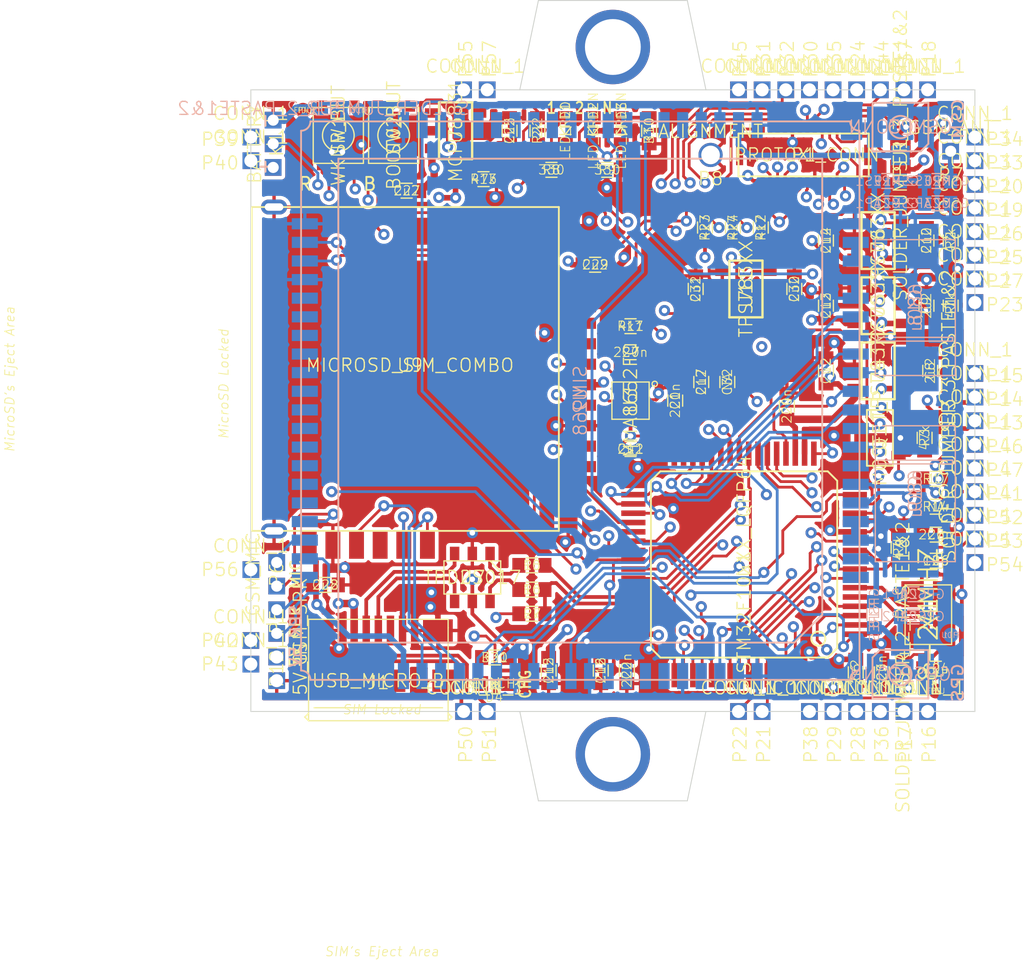
<source format=kicad_pcb>
(kicad_pcb (version 20221018) (generator pcbnew)
  (layers (0 "F.Cu" signal "Top") (1 "In1.Cu" signal "Sig1") (2 "In2.Cu" signal "Sig2") (3 "In3.Cu" power "VDD") (4 "In4.Cu" power "GND") (31 "B.Cu" signal "Bot") (34 "B.Paste" user) (35 "F.Paste" user) (36 "B.SilkS" user) (37 "F.SilkS" user) (38 "B.Mask" user) (39 "F.Mask" user) (44 "Edge.Cuts" user))
  (net 0 "")
  (net 1 "+5V")
  (net 2 "+BATT")
  (net 3 "/ACC_INT1")
  (net 4 "/ACC_INT2")
  (net 5 "/BATTERY_TEMP")
  (net 6 "/BATT_PFET")
  (net 7 "/BOOT0")
  (net 8 "/CHARGER_STATUS")
  (net 9 "/DISABLE_CHARGER")
  (net 10 "/ENABLE_GSM_VBAT")
  (net 11 "/ENABLE_LDO2")
  (net 12 "/ENABLE_LDO3")
  (net 13 "/ENABLE_LDO4")
  (net 14 "/GPS_1PPS_SIGNAL")
  (net 15 "/GPS_RXD")
  (net 16 "/GPS_TXD")
  (net 17 "/GPS_V_BACKUP_PWR")
  (net 18 "/GPS_WAKEUP")
  (net 19 "/GSM_CTS")
  (net 20 "/GSM_DBG_RXD")
  (net 21 "/GSM_DBG_TXD")
  (net 22 "/GSM_DCD")
  (net 23 "/GSM_DTR")
  (net 24 "/GSM_NETLIGHT")
  (net 25 "/GSM_PWRKEY")
  (net 26 "/GSM_RI")
  (net 27 "/GSM_RTS")
  (net 28 "/GSM_RXD")
  (net 29 "/GSM_STATUS")
  (net 30 "/GSM_TXD")
  (net 31 "/GSM_VRTC")
  (net 32 "/I2C1_SCL")
  (net 33 "/I2C1_SDA")
  (net 34 "/LDO_2")
  (net 35 "/LDO_3")
  (net 36 "/LDO_4")
  (net 37 "/LED1")
  (net 38 "/LED2")
  (net 39 "/MIC1N")
  (net 40 "/MIC1P")
  (net 41 "/MICROSD_CS")
  (net 42 "/PA13_JTAG_TMS")
  (net 43 "/PA14_JTAG_TCK")
  (net 44 "/PA15_JTAG_TDI")
  (net 45 "/PB0")
  (net 46 "/PB1")
  (net 47 "/PB12")
  (net 48 "/PB3_JTAG_TDO")
  (net 49 "/PB4_JTAG_TRST")
  (net 50 "/PB5")
  (net 51 "/PC3")
  (net 52 "/SD_CARD_INSERTED")
  (net 53 "/SIM-CLK")
  (net 54 "/SIM-DATA")
  (net 55 "/SIM-RST")
  (net 56 "/SIM-VDD")
  (net 57 "/SPI1_MISO")
  (net 58 "/SPI1_MOSI")
  (net 59 "/SPI1_SCK")
  (net 60 "/SPK1N")
  (net 61 "/SPK1P")
  (net 62 "/STM32_OSC_IN")
  (net 63 "/STM32_OSC_OUT")
  (net 64 "/STM32_RST")
  (net 65 "/USB_DM")
  (net 66 "/USB_DP")
  (net 67 "/VCC")
  (net 68 "GND")
  (net 69 "GNDA")
  (net 70 "N-0000014")
  (net 71 "N-0000015")
  (net 72 "N-000002")
  (net 73 "N-0000033")
  (net 74 "N-0000034")
  (net 75 "N-0000035")
  (net 76 "N-0000037")
  (net 77 "N-0000038")
  (net 78 "N-000005")
  (net 79 "N-0000051")
  (net 80 "N-0000057")
  (net 81 "N-0000058")
  (net 82 "N-0000059")
  (net 83 "N-000006")
  (net 84 "N-0000060")
  (net 85 "N-0000062")
  (net 86 "N-0000064")
  (net 87 "N-0000065")
  (net 88 "N-0000066")
  (net 89 "N-0000067")
  (net 90 "N-0000068")
  (net 91 "N-0000069")
  (net 92 "VDD")
  (footprint "SMD_0603_RT" (layer "F.Cu") (at 208.1 91 90)
    (fp_text reference "C1")
    (fp_text value "220n")
  )
  (footprint "SMD_0603_RT" (layer "F.Cu") (at 205.5 105.5 -90)
    (fp_text reference "C2")
    (fp_text value "220n")
  )
  (footprint "SMD_0603_RT" (layer "F.Cu") (at 219.2 105.6 90)
    (fp_text reference "C3")
    (fp_text value "220n")
  )
  (footprint "SMD_0603_RT" (layer "F.Cu") (at 214.1 91.3 90)
    (fp_text reference "C4")
    (fp_text value "220n")
  )
  (footprint "SMD_0603_RT" (layer "F.Cu") (at 222.1 98.2)
    (fp_text reference "C5")
    (fp_text value "220n")
  )
  (footprint "SMD_0603_RT" (layer "F.Cu") (at 217.8 105.6 90)
    (fp_text reference "C6")
    (fp_text value "2u2")
  )
  (footprint "SMD_0603_RT" (layer "F.Cu") (at 205.7 88.4 180)
    (fp_text reference "C7")
    (fp_text value "220n")
  )
  (footprint "SMD_0603_RT" (layer "F.Cu") (at 221.8 89.4 -90)
    (fp_text reference "C8")
    (fp_text value "2u2")
  )
  (footprint "SMD_0603_RT" (layer "F.Cu") (at 221.6 85.9 -90)
    (fp_text reference "C9")
    (fp_text value "2u2")
  )
  (footprint "SMD_0603_RT" (layer "F.Cu") (at 221.6 82.4 -90)
    (fp_text reference "C10")
    (fp_text value "2u2")
  )
  (footprint "SMD_0603_RT" (layer "F.Cu") (at 205.7 93.6)
    (fp_text reference "C11")
    (fp_text value "2u2")
  )
  (footprint "SMD_0603_RT" (layer "F.Cu") (at 216.2 89.4 90)
    (fp_text reference "C12")
    (fp_text value "2u2")
  )
  (footprint "SMD_0603_RT" (layer "F.Cu") (at 216.2 85.9 90)
    (fp_text reference "C13")
    (fp_text value "2u2")
  )
  (footprint "SMD_0603_RT" (layer "F.Cu") (at 216.2 82.4 90)
    (fp_text reference "C14")
    (fp_text value "2u2")
  )
  (footprint "SMD_0603_RT" (layer "F.Cu") (at 201.3 105.5 90)
    (fp_text reference "C15")
    (fp_text value "2u2")
  )
  (footprint "SMD_0603_RT" (layer "F.Cu") (at 204.1 105.5 -90)
    (fp_text reference "C16")
    (fp_text value "2u2")
  )
  (footprint "SMD_0603_RT" (layer "F.Cu") (at 209.5 90 90)
    (fp_text reference "C17")
    (fp_text value "2u2")
  )
  (footprint "SMD_0603_RT" (layer "F.Cu") (at 222.1 105.4 180)
    (fp_text reference "C24")
    (fp_text value "10p")
  )
  (footprint "SMD_0603_RT" (layer "F.Cu") (at 199.2 76.5 -90)
    (fp_text reference "C25")
    (fp_text value "2u2")
  )
  (footprint "SMD_0603_RT" (layer "F.Cu") (at 222.1 99.6)
    (fp_text reference "C26")
    (fp_text value "10p")
  )
  (footprint "SMD_0603_RT" (layer "F.Cu") (at 189.3 100.9 180)
    (fp_text reference "C28")
    (fp_text value "2u2")
  )
  (footprint "SMD_0603_RT" (layer "F.Cu") (at 203.8 83.7)
    (fp_text reference "C29")
    (fp_text value "2u2")
  )
  (footprint "LED_SMD-0603" (layer "F.Cu") (at 198.4 106.2)
    (fp_text reference "D4")
    (fp_text value "LED_CHG")
  )
  (footprint "MICROUSB_B_10118192-0001LF" (layer "F.Cu") (at 192.15 106.05 90)
    (fp_text reference "J1")
    (fp_text value "USB_MICRO_B")
  )
  (footprint "DF37NB-24DS-04V" (layer "F.Cu") (at 215 77.8)
    (fp_text reference "P1")
    (fp_text value "IPROTOXI_CONN")
  )
  (footprint "005INCH_PINSTRIP_THRUHOLE_2PIN" (layer "F.Cu") (at 186.69 102.87 -90)
    (fp_text reference "P5")
    (fp_text value "GSM_SPK")
  )
  (footprint "005INCH_PINSTRIP_THRUHOLE_2PIN" (layer "F.Cu") (at 186.69 100.33 90)
    (fp_text reference "P6")
    (fp_text value "GSM_MIC")
  )
  (footprint "SOT23-GDS" (layer "F.Cu") (at 219.1 93 -90)
    (fp_text reference "Q1")
    (fp_text value "MOSFET_P")
  )
  (footprint "SMD_0603_RT" (layer "F.Cu") (at 222.9 85.9 90)
    (fp_text reference "R1")
    (fp_text value "47k")
  )
  (footprint "SMD_0603_RT" (layer "F.Cu") (at 222.9 82.4 90)
    (fp_text reference "R2")
    (fp_text value "47k")
  )
  (footprint "SMD_0603_RT" (layer "F.Cu") (at 221.5 93 90)
    (fp_text reference "R3")
    (fp_text value "47k")
  )
  (footprint "SMD_0603_RT" (layer "F.Cu") (at 220.1 98.9 -90)
    (fp_text reference "R4")
    (fp_text value "47k")
  )
  (footprint "SMD_0603_RT" (layer "F.Cu") (at 200.4 99.85)
    (fp_text reference "R5")
    (fp_text value "10")
  )
  (footprint "SMD_0603_RT" (layer "F.Cu") (at 200.4 101.15)
    (fp_text reference "R6")
    (fp_text value "10")
  )
  (footprint "005INCH_PINSTRIP_THRUHOLE_1PIN" (layer "F.Cu") (at 222.9 77.6)
    (fp_text reference "P7")
    (fp_text value "GSM_ANT")
  )
  (footprint "SMD_0603_RT" (layer "F.Cu") (at 200.4 102.45 180)
    (fp_text reference "R7")
    (fp_text value "2k")
  )
  (footprint "SMD_0603_RT" (layer "F.Cu") (at 205.7 87)
    (fp_text reference "R11")
    (fp_text value "4k7")
  )
  (footprint "SMD_0603_RT" (layer "F.Cu") (at 212.7 81.7 90)
    (fp_text reference "R12")
    (fp_text value "4k7")
  )
  (footprint "SMD_0603_RT" (layer "F.Cu") (at 197.8 79.1 180)
    (fp_text reference "R13")
    (fp_text value "47k")
  )
  (footprint "SMD_0603_RT" (layer "F.Cu") (at 222.1 96.7)
    (fp_text reference "R14")
    (fp_text value "NA")
  )
  (footprint "SMD_0603_RT" (layer "F.Cu") (at 222.1 95.2 180)
    (fp_text reference "R17")
    (fp_text value "10")
  )
  (footprint "SMD_0603_RT" (layer "F.Cu") (at 198.4 104.8)
    (fp_text reference "R21")
    (fp_text value "330")
  )
  (footprint "SMD_0603_RT" (layer "F.Cu") (at 209.7 81.7 -90)
    (fp_text reference "R23")
    (fp_text value "4k7")
  )
  (footprint "SMD_0603_RT" (layer "F.Cu") (at 211.2 81.7 90)
    (fp_text reference "R24")
    (fp_text value "4k7")
  )
  (footprint "SKSGPAE010" (layer "F.Cu") (at 190 76.75 90)
    (fp_text reference "SW1")
    (fp_text value "WKUP_BUT")
  )
  (footprint "LQFP-64" (layer "F.Cu") (at 211.8 99.8 90)
    (fp_text reference "U1")
    (fp_text value "STM32F10XXX_LQFP64")
  )
  (footprint "DFN_10PIN_2X2MM" (layer "F.Cu") (at 205.7 91 -90)
    (fp_text reference "U3")
    (fp_text value "MMA8652FC")
  )
  (footprint "SOT23-5" (layer "F.Cu") (at 219 89.4 90)
    (fp_text reference "U4")
    (fp_text value "TPS783XX")
  )
  (footprint "SOT23-5" (layer "F.Cu") (at 219 85.9 90)
    (fp_text reference "U5")
    (fp_text value "TPS783XX")
  )
  (footprint "SOT23-5" (layer "F.Cu") (at 219 82.4 90)
    (fp_text reference "U6")
    (fp_text value "TPS783XX")
  )
  (footprint "SOT23-5" (layer "F.Cu") (at 196.3 76.5 -90)
    (fp_text reference "U8")
    (fp_text value "MCP73831")
  )
  (footprint "ABM8G_3_2X2_5MM_4PIN_CRYSTAL" (layer "F.Cu") (at 221.7 102.5 90)
    (fp_text reference "X1")
    (fp_text value "8-24MHZ")
  )
  (footprint "1MM_THRUHOLE_1PIN" (layer "F.Cu") (at 210 77.8)
    (fp_text reference "P8")
    (fp_text value "ALIGNMENT")
  )
  (footprint "COMBO_CARDSLOT_MES3051_OPTIMIZED" (layer "F.Cu") (at 193.85 89.1 180)
    (fp_text reference "U9")
    (fp_text value "MICROSD_SIM_COMBO")
  )
  (footprint "LED_SMD-0603" (layer "F.Cu") (at 203.7 76.5 -90)
    (fp_text reference "D2")
    (fp_text value "LED_GREEN")
  )
  (footprint "LED_SMD-0603" (layer "F.Cu") (at 202.2 76.5 -90)
    (fp_text reference "D1")
    (fp_text value "LED_RED")
  )
  (footprint "SMD_0603_RT" (layer "F.Cu") (at 200.7 76.5 -90)
    (fp_text reference "R22")
    (fp_text value "2k")
  )
  (footprint "SMD_0603_RT" (layer "F.Cu") (at 201.45 78.6 180)
    (fp_text reference "R8")
    (fp_text value "330")
  )
  (footprint "SMD_0603_RT" (layer "F.Cu") (at 204.45 78.6)
    (fp_text reference "R9")
    (fp_text value "330")
  )
  (footprint "LED_SMD-0603" (layer "F.Cu") (at 205.2 76.5 90)
    (fp_text reference "D3")
    (fp_text value "LED_GREEN")
  )
  (footprint "SMD_0603_RT" (layer "F.Cu") (at 206.7 76.5 90)
    (fp_text reference "R10")
    (fp_text value "330")
  )
  (footprint "SOT23-6" (layer "F.Cu") (at 197.2 100.5 180)
    (fp_text reference "U7")
    (fp_text value "TPD2S017")
  )
  (footprint "TP_SMD_08MM" (layer "F.Cu") (at 188.1 75.4)
    (fp_text reference "P4")
    (fp_text value "FIDU")
  )
  (footprint "TP_SMD_08MM" (layer "F.Cu") (at 222.1 106.6)
    (fp_text reference "P9")
    (fp_text value "FIDU")
  )
  (footprint "SMD_0603_RT" (layer "F.Cu") (at 214.5 85 -90)
    (fp_text reference "C30")
    (fp_text value "2u2")
  )
  (footprint "SMD_0603_RT" (layer "F.Cu") (at 209.2 85 90)
    (fp_text reference "C31")
    (fp_text value "2u2")
  )
  (footprint "005INCH_PINSTRIP_THRUHOLE_2PIN" (layer "F.Cu") (at 186.69 105.41 -90)
    (fp_text reference "P12")
    (fp_text value "5V_IN")
  )
  (footprint "005INCH_PINSTRIP_THRUHOLE_1PIN" (layer "F.Cu") (at 224.20072 92.08008)
    (fp_text reference "P13")
    (fp_text value "CONN_1")
  )
  (footprint "005INCH_PINSTRIP_THRUHOLE_1PIN" (layer "F.Cu") (at 224.20072 90.81008)
    (fp_text reference "P14")
    (fp_text value "CONN_1")
  )
  (footprint "005INCH_PINSTRIP_THRUHOLE_1PIN" (layer "F.Cu") (at 224.20072 89.54008)
    (fp_text reference "P15")
    (fp_text value "CONN_1")
  )
  (footprint "005INCH_PINSTRIP_THRUHOLE_1PIN" (layer "F.Cu") (at 221.66072 107.70108)
    (fp_text reference "P16")
    (fp_text value "CONN_1")
  )
  (footprint "005INCH_PINSTRIP_THRUHOLE_1PIN" (layer "F.Cu") (at 220.39072 107.70108)
    (fp_text reference "P17")
    (fp_text value "CONN_1")
  )
  (footprint "005INCH_PINSTRIP_THRUHOLE_1PIN" (layer "F.Cu") (at 221.66072 74.30008)
    (fp_text reference "P18")
    (fp_text value "CONN_1")
  )
  (footprint "005INCH_PINSTRIP_THRUHOLE_1PIN" (layer "F.Cu") (at 224.20072 80.65008)
    (fp_text reference "P19")
    (fp_text value "CONN_1")
  )
  (footprint "005INCH_PINSTRIP_THRUHOLE_1PIN" (layer "F.Cu") (at 224.20072 79.38008)
    (fp_text reference "P20")
    (fp_text value "CONN_1")
  )
  (footprint "005INCH_PINSTRIP_THRUHOLE_1PIN" (layer "F.Cu") (at 212.77072 107.70108)
    (fp_text reference "P21")
    (fp_text value "CONN_1")
  )
  (footprint "005INCH_PINSTRIP_THRUHOLE_1PIN" (layer "F.Cu") (at 211.50072 107.70108)
    (fp_text reference "P22")
    (fp_text value "CONN_1")
  )
  (footprint "005INCH_PINSTRIP_THRUHOLE_1PIN" (layer "F.Cu") (at 224.20072 85.73008)
    (fp_text reference "P23")
    (fp_text value "CONN_1")
  )
  (footprint "005INCH_PINSTRIP_THRUHOLE_1PIN" (layer "F.Cu") (at 217.85072 74.30008)
    (fp_text reference "P24")
    (fp_text value "CONN_1")
  )
  (footprint "005INCH_PINSTRIP_THRUHOLE_1PIN" (layer "F.Cu") (at 224.20072 83.19008)
    (fp_text reference "P25")
    (fp_text value "CONN_1")
  )
  (footprint "005INCH_PINSTRIP_THRUHOLE_1PIN" (layer "F.Cu") (at 224.20072 81.92008)
    (fp_text reference "P26")
    (fp_text value "CONN_1")
  )
  (footprint "005INCH_PINSTRIP_THRUHOLE_1PIN" (layer "F.Cu") (at 224.20072 84.46008)
    (fp_text reference "P27")
    (fp_text value "CONN_1")
  )
  (footprint "005INCH_PINSTRIP_THRUHOLE_1PIN" (layer "F.Cu") (at 215.31072 74.30008)
    (fp_text reference "P30")
    (fp_text value "CONN_1")
  )
  (footprint "005INCH_PINSTRIP_THRUHOLE_1PIN" (layer "F.Cu") (at 212.77072 74.30008)
    (fp_text reference "P31")
    (fp_text value "CONN_1")
  )
  (footprint "005INCH_PINSTRIP_THRUHOLE_1PIN" (layer "F.Cu") (at 214.04072 74.30008)
    (fp_text reference "P32")
    (fp_text value "CONN_1")
  )
  (footprint "005INCH_PINSTRIP_THRUHOLE_1PIN" (layer "F.Cu") (at 224.20072 78.11008)
    (fp_text reference "P33")
    (fp_text value "CONN_1")
  )
  (footprint "005INCH_PINSTRIP_THRUHOLE_1PIN" (layer "F.Cu") (at 224.20072 76.84008)
    (fp_text reference "P34")
    (fp_text value "CONN_1")
  )
  (footprint "005INCH_PINSTRIP_THRUHOLE_1PIN" (layer "F.Cu") (at 216.58072 74.30008)
    (fp_text reference "P35")
    (fp_text value "CONN_1")
  )
  (footprint "005INCH_PINSTRIP_THRUHOLE_1PIN" (layer "F.Cu") (at 219.12072 107.70108)
    (fp_text reference "P36")
    (fp_text value "CONN_1")
  )
  (footprint "005INCH_PINSTRIP_THRUHOLE_1PIN" (layer "F.Cu") (at 220.39072 74.30008)
    (fp_text reference "P37")
    (fp_text value "CONN_1")
  )
  (footprint "SOLDER_JUMPER_3_PASTE12" (layer "F.Cu") (at 220.2 77.8 -90)
    (fp_text reference "SJ1")
    (fp_text value "SOLDER_JUMPER_3_PASTE1&2")
  )
  (footprint "SOT23-5" (layer "F.Cu") (at 211.9 85 90)
    (fp_text reference "U11")
    (fp_text value "TPS783XX")
  )
  (footprint "SOLDER_JUMPER_3_PASTE12" (layer "F.Cu") (at 222.8 91.8 90)
    (fp_text reference "SJ3")
    (fp_text value "SOLDER_JUMPER_3_PASTE1&2")
  )
  (footprint "005INCH_PINSTRIP_THRUHOLE_1PIN" (layer "F.Cu") (at 217.85072 107.70108)
    (fp_text reference "P28")
    (fp_text value "CONN_1")
  )
  (footprint "005INCH_PINSTRIP_THRUHOLE_1PIN" (layer "F.Cu") (at 216.58072 107.70108)
    (fp_text reference "P29")
    (fp_text value "CONN_1")
  )
  (footprint "005INCH_PINSTRIP_THRUHOLE_1PIN" (layer "F.Cu") (at 215.31072 107.70108)
    (fp_text reference "P38")
    (fp_text value "CONN_1")
  )
  (footprint "005INCH_PINSTRIP_THRUHOLE_1PIN" (layer "F.Cu") (at 185.30062 76.84008)
    (fp_text reference "P39")
    (fp_text value "CONN_1")
  )
  (footprint "005INCH_PINSTRIP_THRUHOLE_1PIN" (layer "F.Cu") (at 185.30062 78.11008)
    (fp_text reference "P40")
    (fp_text value "CONN_1")
  )
  (footprint "005INCH_PINSTRIP_THRUHOLE_1PIN" (layer "F.Cu") (at 224.20072 95.89008)
    (fp_text reference "P41")
    (fp_text value "CONN_1")
  )
  (footprint "005INCH_PINSTRIP_THRUHOLE_1PIN" (layer "F.Cu") (at 185.30062 103.88854)
    (fp_text reference "P42")
    (fp_text value "CONN_1")
  )
  (footprint "005INCH_PINSTRIP_THRUHOLE_1PIN" (layer "F.Cu") (at 185.30062 105.15854)
    (fp_text reference "P43")
    (fp_text value "CONN_1")
  )
  (footprint "005INCH_PINSTRIP_THRUHOLE_1PIN" (layer "F.Cu") (at 219.12072 74.30008)
    (fp_text reference "P44")
    (fp_text value "CONN_1")
  )
  (footprint "005INCH_PINSTRIP_THRUHOLE_1PIN" (layer "F.Cu") (at 211.50072 74.30008)
    (fp_text reference "P45")
    (fp_text value "CONN_1")
  )
  (footprint "005INCH_PINSTRIP_THRUHOLE_1PIN" (layer "F.Cu") (at 224.20072 93.35008)
    (fp_text reference "P46")
    (fp_text value "CONN_1")
  )
  (footprint "005INCH_PINSTRIP_THRUHOLE_1PIN" (layer "F.Cu") (at 224.20072 94.62008)
    (fp_text reference "P47")
    (fp_text value "CONN_1")
  )
  (footprint "3MM_PLATED_HOLE" (layer "F.Cu") (at 204.75 72)
    (fp_text reference "P48" hide)
    (fp_text value "HOLE" hide)
  )
  (footprint "3MM_PLATED_HOLE" (layer "F.Cu") (at 204.75 110)
    (fp_text reference "P49" hide)
    (fp_text value "HOLE" hide)
  )
  (footprint "SMD_0603_RT" (layer "F.Cu") (at 210.9 90 90)
    (fp_text reference "C32")
    (fp_text value "NA")
  )
  (footprint "SKSGPAE010" (layer "F.Cu") (at 192.975 76.75 -90)
    (fp_text reference "SW2")
    (fp_text value "BOOT0_BUT")
  )
  (footprint "005INCH_PINSTRIP_THRUHOLE_1PIN" (layer "F.Cu") (at 196.73 107.7)
    (fp_text reference "P50")
    (fp_text value "CONN_1")
  )
  (footprint "005INCH_PINSTRIP_THRUHOLE_1PIN" (layer "F.Cu") (at 198 107.7)
    (fp_text reference "P51")
    (fp_text value "CONN_1")
  )
  (footprint "53047-0310_3PIN_THRU" (layer "F.Cu") (at 186.5 77.2 90)
    (fp_text reference "K1")
    (fp_text value "BATTERY")
  )
  (footprint "SMD_0603_RT" (layer "F.Cu") (at 193.67 79.72 180)
    (fp_text reference "C27")
    (fp_text value "2u2")
  )
  (footprint "005INCH_PINSTRIP_THRUHOLE_1PIN" (layer "F.Cu") (at 224.2 97.16)
    (fp_text reference "P52")
    (fp_text value "CONN_1")
  )
  (footprint "005INCH_PINSTRIP_THRUHOLE_1PIN" (layer "F.Cu") (at 224.2 99.7)
    (fp_text reference "P54")
    (fp_text value "CONN_1")
  )
  (footprint "005INCH_PINSTRIP_THRUHOLE_1PIN" (layer "F.Cu") (at 224.2 98.43)
    (fp_text reference "P53")
    (fp_text value "CONN_1")
  )
  (footprint "SOLDER_JUMPER_2_PASTE12" (layer "F.Cu") (at 220.33 105.32 90)
    (fp_text reference "SJ4")
    (fp_text value "SOLDER_JUMPER_2_PASTE1&2")
  )
  (footprint "005INCH_PINSTRIP_THRUHOLE_1PIN" (layer "F.Cu") (at 196.73 74.3)
    (fp_text reference "P55")
    (fp_text value "CONN_1")
  )
  (footprint "005INCH_PINSTRIP_THRUHOLE_1PIN" (layer "F.Cu") (at 185.3 100.08)
    (fp_text reference "P56")
    (fp_text value "CONN_1")
  )
  (footprint "005INCH_PINSTRIP_THRUHOLE_1PIN" (layer "F.Cu") (at 198 74.3)
    (fp_text reference "P57")
    (fp_text value "CONN_1")
  )
  (footprint "RUUVITRACKER_LOGO_035INCH_TOPMASK" (layer "F.Cu") (at 193.68 88.47)
    (fp_text reference "G***" hide)
    (fp_text value "RUUVITRACKER_LOGO_035INCH_TOPMASK" hide)
  )
  (footprint "TANTALUM_D_E_2917" (layer "B.Cu") (at 221 86 90)
    (fp_text reference "C18")
    (fp_text value "680u")
  )
  (footprint "TANTALUM_D_E_2917" (layer "B.Cu") (at 221 96 -90)
    (fp_text reference "C19")
    (fp_text value "680u")
  )
  (footprint "SMD_0603_RT" (layer "B.Cu") (at 220.9 101.4 180)
    (fp_text reference "C20")
    (fp_text value "GPSCAP1")
  )
  (footprint "SMD_0603_RT" (layer "B.Cu") (at 219.5 80.4 180)
    (fp_text reference "C21")
    (fp_text value "GSMCAP1")
  )
  (footprint "SMD_0603_RT" (layer "B.Cu") (at 220.9 102.6 180)
    (fp_text reference "C22")
    (fp_text value "GPSCAP2")
  )
  (footprint "SMD_0603_RT" (layer "B.Cu") (at 222.2 80.4 180)
    (fp_text reference "C23")
    (fp_text value "GSMCAP2")
  )
  (footprint "UFL-R-SMT" (layer "B.Cu") (at 220.2 105.7)
    (fp_text reference "P2")
    (fp_text value "GPS_CONN")
  )
  (footprint "UFL-R-SMT" (layer "B.Cu") (at 220.2 76.3 180)
    (fp_text reference "P3")
    (fp_text value "GSM_CONN")
  )
  (footprint "SMD_0603_RT" (layer "B.Cu") (at 218.8 102.5 90)
    (fp_text reference "R18")
    (fp_text value "GPSRES")
  )
  (footprint "SMD_0603_RT" (layer "B.Cu") (at 219.5 79.2 180)
    (fp_text reference "R19")
    (fp_text value "GSMRES1")
  )
  (footprint "SMD_0603_RT" (layer "B.Cu") (at 222.2 79.2 180)
    (fp_text reference "R20")
    (fp_text value "GSMRES2")
  )
  (footprint "SIM968_RECT" (layer "B.Cu") (at 203 91 90)
    (fp_text reference "U2")
    (fp_text value "SIM968")
  )
  (footprint "TP_SMD_08MM" (layer "B.Cu") (at 191.1 75.4)
    (fp_text reference "P10")
    (fp_text value "FIDU")
  )
  (footprint "TP_SMD_08MM" (layer "B.Cu") (at 222.9 103.6)
    (fp_text reference "P11")
    (fp_text value "FIDU")
  )
  (footprint "SOLDER_JUMPER_2_PASTE12" (layer "B.Cu") (at 189.2 75.3 180)
    (fp_text reference "SJ2")
    (fp_text value "SOLDER_JUMPER_2_PASTE1&2")
  )
  (gr_line (start 208.75 112.5) (end 200.75 112.5) (stroke (width 0.05)) (layer "Edge.Cuts"))
  (gr_line (start 200.75 112.5) (end 199.75 107.7) (stroke (width 0.05)) (layer "Edge.Cuts"))
  (gr_line (start 200.75 69.5) (end 199.75 74.3) (stroke (width 0.05)) (layer "Edge.Cuts"))
  (gr_line (start 224.2 107.7) (end 185.3 107.7) (stroke (width 0.05)) (layer "Edge.Cuts"))
  (gr_line (start 224.2 74.3) (end 224.2 107.7) (stroke (width 0.05)) (layer "Edge.Cuts"))
  (gr_line (start 185.3 107.7) (end 185.3 74.3) (stroke (width 0.05)) (layer "Edge.Cuts"))
  (gr_line (start 185.3 74.3) (end 224.2 74.3) (stroke (width 0.05)) (layer "Edge.Cuts"))
  (gr_line (start 208.75 69.5) (end 200.75 69.5) (stroke (width 0.05)) (layer "Edge.Cuts"))
  (gr_line (start 209.75 107.7) (end 208.75 112.5) (stroke (width 0.05)) (layer "Edge.Cuts"))
  (gr_line (start 209.75 74.3) (end 208.75 69.5) (stroke (width 0.05)) (layer "Edge.Cuts"))
  (gr_text "SPK" (at 187.72 102.87 90) (layer "B.SilkS") (effects (font (size 0.6 0.6) (thickness 0.1)) (justify mirror)))
  (gr_text "GSM" (at 223.29 75.86 90) (layer "B.SilkS") (effects (font (size 0.6 0.7) (thickness 0.1)) (justify mirror)))
  (gr_text "GPS" (at 223.28 106.15 90) (layer "B.SilkS") (effects (font (size 0.6 0.7) (thickness 0.1)) (justify mirror)))
  (gr_text "-   +" (at 186.03 77.2 90) (layer "B.SilkS") (effects (font (size 0.7 0.7) (thickness 0.1)) (justify mirror)))
  (gr_text "5V" (at 187.706 104.775 90) (layer "B.SilkS") (effects (font (size 0.6 0.6) (thickness 0.1)) (justify mirror)))
  (gr_text "5V" (at 187.706 104.775 90) (layer "F.SilkS") (effects (font (size 0.6 0.6) (thickness 0.1))))
  (gr_text "CHG" (at 200.04 106.24 90) (layer "F.SilkS") (effects (font (size 0.6 0.5) (thickness 0.1))))
  (gr_text "B" (at 191.69 79.36) (layer "F.SilkS") (effects (font (size 0.7 0.7) (thickness 0.1))))
  (gr_text "R" (at 188.22 79.36) (layer "F.SilkS") (effects (font (size 0.7 0.7) (thickness 0.1))))
  (gr_text "+   -" (at 186.03 77.2 90) (layer "F.SilkS") (effects (font (size 0.7 0.7) (thickness 0.1))))
  (gr_text "MIC" (at 187.73 100.33 90) (layer "F.SilkS") (effects (font (size 0.6 0.6) (thickness 0.1))))
  (gr_text "2" (at 202.96 75.28) (layer "F.SilkS") (effects (font (size 0.6 0.5) (thickness 0.1))))
  (gr_text "SPK" (at 187.72 102.87 90) (layer "F.SilkS") (effects (font (size 0.6 0.6) (thickness 0.1))))
  (gr_text "N" (at 204.45 75.28) (layer "F.SilkS") (effects (font (size 0.6 0.5) (thickness 0.1))))
  (gr_text "1" (at 201.45 75.27) (layer "F.SilkS") (effects (font (size 0.6 0.5) (thickness 0.1))))
  (segment (start 196.6475 77.4525) (end 196.3 77.8) (width 0.3) (layer "F.Cu") (net 1))
  (segment (start 196.3 77.8) (end 196.3 80.1) (width 0.3) (layer "F.Cu") (net 1))
  (segment (start 198.59896 77.20104) (end 198.3475 77.4525) (width 0.3) (layer "F.Cu") (net 1))
  (segment (start 198.3475 77.4525) (end 197.57 77.4525) (width 0.3) (layer "F.Cu") (net 1))
  (segment (start 190.85 101.95) (end 190.8 101.9) (width 0.4) (layer "F.Cu") (net 1))
  (segment (start 199.10104 104.35104) (end 197.2 102.45) (width 0.2) (layer "F.Cu") (net 1))
  (segment (start 197.2 102.45) (end 197.2 101.77) (width 0.2) (layer "F.Cu") (net 1))
  (segment (start 195.42 80.1) (end 195.4 80.08) (width 0.3) (layer "F.Cu") (net 1))
  (segment (start 199.2 77.20104) (end 198.59896 77.20104) (width 0.3) (layer "F.Cu") (net 1))
  (segment (start 199.10104 104.8) (end 199.10104 104.35104) (width 0.2) (layer "F.Cu") (net 1))
  (segment (start 197.57 77.4525) (end 196.6475 77.4525) (width 0.3) (layer "F.Cu") (net 1))
  (segment (start 190.85 103.35) (end 190.85 101.95) (width 0.4) (layer "F.Cu") (net 1))
  (segment (start 196.3 80.1) (end 195.42 80.1) (width 0.3) (layer "F.Cu") (net 1))
  (segment (start 190 101.9) (end 190.8 101.9) (width 0.4) (layer "F.Cu") (net 1))
  (segment (start 197.2 101.77) (end 197.2 100.6) (width 0.2) (layer "F.Cu") (net 1))
  (via (at 197.2 100.6) (size 0.6) (drill 0.3) (layers "F.Cu" "B.Cu") (net 1))
  (via (at 196.3 80.1) (size 0.6) (drill 0.3) (layers "F.Cu" "B.Cu") (net 1))
  (via (at 190 101.9) (size 0.6) (drill 0.3) (layers "F.Cu" "B.Cu") (net 1))
  (via (at 195.4 80.08) (size 0.6) (drill 0.3) (layers "F.Cu" "B.Cu") (net 1))
  (via (at 190.8 101.9) (size 0.6) (drill 0.3) (layers "F.Cu" "B.Cu") (net 1))
  (segment (start 220.9475 90.3525) (end 221.19896 90.10104) (width 0.3) (layer "F.Cu") (net 2))
  (segment (start 221.19896 90.10104) (end 221.8 90.10104) (width 0.3) (layer "F.Cu") (net 2))
  (segment (start 220.65 92.05) (end 220.89896 92.29896) (width 0.3) (layer "F.Cu") (net 2))
  (segment (start 220.89896 92.29896) (end 221.5 92.29896) (width 0.3) (layer "F.Cu") (net 2))
  (segment (start 220.4975 88.4475) (end 221.05 89) (width 0.2) (layer "F.Cu") (net 2))
  (segment (start 221.05 89) (end 221.05 89.95208) (width 0.2) (layer "F.Cu") (net 2))
  (segment (start 221.05 89.95208) (end 221.19896 90.10104) (width 0.2) (layer "F.Cu") (net 2))
  (segment (start 221.19896 90.10104) (end 221.8 90.10104) (width 0.2) (layer "F.Cu") (net 2))
  (segment (start 212.29 79.19) (end 212 78.9) (width 0.2) (layer "F.Cu") (net 2))
  (segment (start 221.34854 86.8525) (end 221.6 86.60104) (width 0.3) (layer "F.Cu") (net 2))
  (segment (start 221.34854 83.3525) (end 221.6 83.10104) (width 0.3) (layer "F.Cu") (net 2))
  (segment (start 219.2525 86.8525) (end 219.2 86.8) (width 0.3) (layer "F.Cu") (net 2))
  (segment (start 219.1825 90.3525) (end 219.18 90.35) (width 0.3) (layer "F.Cu") (net 2))
  (segment (start 219.8 92.05) (end 219.18 91.43) (width 0.3) (layer "F.Cu") (net 2))
  (segment (start 219.18 91.43) (end 219.18 91.37) (width 0.3) (layer "F.Cu") (net 2))
  (segment (start 213.6775 85.9525) (end 213.92896 85.70104) (width 0.3) (layer "F.Cu") (net 2))
  (segment (start 213.92896 85.70104) (end 214.5 85.70104) (width 0.3) (layer "F.Cu") (net 2))
  (segment (start 219.07 86.8) (end 218.17 85.9) (width 0.3) (layer "F.Cu") (net 2))
  (segment (start 218.17 85.9) (end 214.69896 85.9) (width 0.3) (layer "F.Cu") (net 2))
  (segment (start 214.69896 85.9) (end 214.5 85.70104) (width 0.3) (layer "F.Cu") (net 2))
  (segment (start 219.4825 83.3525) (end 219.24 83.11) (width 0.3) (layer "F.Cu") (net 2))
  (segment (start 195.03 78.38) (end 195.15 78.5) (width 0.4) (layer "F.Cu") (net 2))
  (segment (start 195.15 79.05) (end 194.675 79.525) (width 0.4) (layer "F.Cu") (net 2))
  (segment (start 194.675 79.525) (end 194.37604 79.525) (width 0.4) (layer "F.Cu") (net 2))
  (segment (start 195.15 78.94104) (end 194.37104 79.72) (width 0.15) (layer "F.Cu") (net 2))
  (segment (start 195.03 77.4525) (end 195.03 78.38) (width 0.4) (layer "F.Cu") (net 2))
  (segment (start 220.27 86.8525) (end 221.34854 86.8525) (width 0.3) (layer "F.Cu") (net 2))
  (segment (start 220.27 88.4475) (end 220.4975 88.4475) (width 0.2) (layer "F.Cu") (net 2))
  (segment (start 220.27 90.3525) (end 219.1825 90.3525) (width 0.3) (layer "F.Cu") (net 2))
  (segment (start 220.27 83.3525) (end 219.4825 83.3525) (width 0.3) (layer "F.Cu") (net 2))
  (segment (start 219.2 86.8) (end 219.07 86.8) (width 0.3) (layer "F.Cu") (net 2))
  (segment (start 220.27 90.3525) (end 220.9475 90.3525) (width 0.3) (layer "F.Cu") (net 2))
  (segment (start 219.8 92.05) (end 220.1 92.05) (width 0.3) (layer "F.Cu") (net 2))
  (segment (start 220.1 92.05) (end 220.65 92.05) (width 0.3) (layer "F.Cu") (net 2))
  (segment (start 220.27 86.8525) (end 219.2525 86.8525) (width 0.3) (layer "F.Cu") (net 2))
  (segment (start 195.15 78.5) (end 195.15 79.05) (width 0.4) (layer "F.Cu") (net 2))
  (segment (start 220.27 83.3525) (end 221.34854 83.3525) (width 0.3) (layer "F.Cu") (net 2))
  (segment (start 212.8 79.19) (end 212.29 79.19) (width 0.2) (layer "F.Cu") (net 2))
  (segment (start 195.15 78.5) (end 195.15 78.94104) (width 0.15) (layer "F.Cu") (net 2))
  (segment (start 213.17 85.9525) (end 213.6775 85.9525) (width 0.3) (layer "F.Cu") (net 2))
  (via (at 195.15 78.5) (size 0.6) (drill 0.3) (layers "F.Cu" "B.Cu") (net 2))
  (via (at 219.18 90.35) (size 0.6) (drill 0.3) (layers "F.Cu" "B.Cu") (net 2))
  (via (at 219.2 86.8) (size 0.6) (drill 0.3) (layers "F.Cu" "B.Cu") (net 2))
  (via (at 212 78.9) (size 0.6) (drill 0.3) (layers "F.Cu" "B.Cu") (net 2))
  (via (at 219.24 83.11) (size 0.6) (drill 0.3) (layers "F.Cu" "B.Cu") (net 2))
  (via (at 219.18 91.37) (size 0.6) (drill 0.3) (layers "F.Cu" "B.Cu") (net 2))
  (segment (start 204.99896 87.14896) (end 205.7 87.85) (width 0.15) (layer "F.Cu") (net 3))
  (segment (start 205.7 87.85) (end 205.7 90.1) (width 0.15) (layer "F.Cu") (net 3))
  (segment (start 204.99896 87) (end 204.99896 87.14896) (width 0.15) (layer "F.Cu") (net 3))
  (segment (start 204.9 89.71) (end 204.33 89.14) (width 0.15) (layer "F.Cu") (net 4))
  (segment (start 218.7212 96.5488) (end 219.03 96.24) (width 0.15) (layer "F.Cu") (net 4))
  (segment (start 219.03 96.24) (end 219.03 95.04) (width 0.15) (layer "F.Cu") (net 4))
  (segment (start 204.9 89.71) (end 204.9 90.1) (width 0.15) (layer "F.Cu") (net 4))
  (segment (start 217.75122 96.5488) (end 218.7212 96.5488) (width 0.15) (layer "F.Cu") (net 4))
  (via (at 219.03 95.04) (size 0.6) (drill 0.3) (layers "F.Cu" "B.Cu") (net 4))
  (via (at 204.33 89.14) (size 0.6) (drill 0.3) (layers "F.Cu" "B.Cu") (net 4))
  (via (at 188.9 79.4) (size 0.6) (drill 0.3) (layers "F.Cu" "B.Cu") (net 5))
  (via (at 219.09 93.73) (size 0.6) (drill 0.3) (layers "F.Cu" "B.Cu") (net 5))
  (segment (start 218.85936 93.49936) (end 219.09 93.73) (width 0.15) (layer "B.Cu") (net 5))
  (segment (start 188.9 79.4) (end 188.9 78.78) (width 0.15) (layer "B.Cu") (net 5))
  (segment (start 188.9 78.78) (end 187.32 77.2) (width 0.15) (layer "B.Cu") (net 5))
  (segment (start 187.1 77.2) (end 187.32 77.2) (width 0.15) (layer "B.Cu") (net 5))
  (segment (start 218.85936 93.49936) (end 217.8003 93.49936) (width 0.15) (layer "B.Cu") (net 5))
  (segment (start 186.5 77.2) (end 187.1 77.2) (width 0.15) (layer "B.Cu") (net 5))
  (segment (start 221.46 78.14) (end 221.1 78.5) (width 0.25) (layer "F.Cu") (net 6))
  (segment (start 221.03 78.5) (end 220.955 78.575) (width 0.25) (layer "F.Cu") (net 6))
  (segment (start 220.955 78.575) (end 220.2 78.575) (width 0.25) (layer "F.Cu") (net 6))
  (segment (start 219.8 78.54) (end 219.835 78.575) (width 0.15) (layer "F.Cu") (net 6))
  (segment (start 219.835 78.575) (end 220.2 78.575) (width 0.15) (layer "F.Cu") (net 6))
  (segment (start 220.6 78.43) (end 220.455 78.575) (width 0.15) (layer "F.Cu") (net 6))
  (segment (start 220.455 78.575) (end 220.2 78.575) (width 0.15) (layer "F.Cu") (net 6))
  (segment (start 219.8 78.2) (end 219.8 78.54) (width 0.15) (layer "F.Cu") (net 6))
  (segment (start 220.6 78.2) (end 220.6 78.43) (width 0.15) (layer "F.Cu") (net 6))
  (segment (start 221.1 78.5) (end 221.03 78.5) (width 0.25) (layer "F.Cu") (net 6))
  (segment (start 221.46 78.07) (end 221.46 78.14) (width 0.25) (layer "F.Cu") (net 6))
  (segment (start 218.1 93) (end 220.2 93) (width 0.5) (layer "F.Cu") (net 6))
  (via (at 220.2 93) (size 0.6) (drill 0.3) (layers "F.Cu" "B.Cu") (net 6))
  (via (at 221.46 78.07) (size 0.6) (drill 0.3) (layers "F.Cu" "B.Cu") (net 6))
  (via (at 219.06 84.39) (size 0.6) (drill 0.3) (layers "F.Cu" "B.Cu") (net 6))
  (segment (start 220.2 93) (end 220.49946 92.70054) (width 0.5) (layer "B.Cu") (net 6))
  (segment (start 220.49946 92.70054) (end 221 92.70054) (width 0.5) (layer "B.Cu") (net 6))
  (segment (start 221 86.3) (end 219.15 84.45) (width 0.8) (layer "B.Cu") (net 6))
  (segment (start 219.06 84.39) (end 219.15 84.39) (width 0.25) (layer "B.Cu") (net 6))
  (segment (start 219.15 84.39) (end 219.15 84.45) (width 0.25) (layer "B.Cu") (net 6))
  (segment (start 221 89.75) (end 220.25 90.5) (width 1) (layer "B.Cu") (net 6))
  (segment (start 220.25 90.5) (end 220.25 91.95054) (width 1) (layer "B.Cu") (net 6))
  (segment (start 220.25 91.95054) (end 221 92.70054) (width 1) (layer "B.Cu") (net 6))
  (segment (start 218.52938 83.49938) (end 219.06 84.03) (width 0.5) (layer "B.Cu") (net 6))
  (segment (start 219.06 84.03) (end 219.06 84.39) (width 0.5) (layer "B.Cu") (net 6))
  (segment (start 221 89.29946) (end 221 86.3) (width 1) (layer "B.Cu") (net 6))
  (segment (start 217.8003 82.49862) (end 217.8003 83.49938) (width 0.5) (layer "B.Cu") (net 6))
  (segment (start 221 89.29946) (end 221 89.75) (width 1) (layer "B.Cu") (net 6))
  (segment (start 217.8003 83.49938) (end 218.52938 83.49938) (width 0.5) (layer "B.Cu") (net 6))
  (segment (start 213.55006 106.55006) (end 213.975002 106.975002) (width 0.15) (layer "F.Cu") (net 7))
  (segment (start 213.975002 106.975002) (end 220.104998 106.975002) (width 0.15) (layer "F.Cu") (net 7))
  (segment (start 220.104998 106.975002) (end 220.63 106.45) (width 0.15) (layer "F.Cu") (net 7))
  (segment (start 197.09896 80.39104) (end 196.59 80.9) (width 0.15) (layer "F.Cu") (net 7))
  (segment (start 196.59 80.9) (end 193.14 80.9) (width 0.15) (layer "F.Cu") (net 7))
  (segment (start 192.1241 79.8841) (end 192.1241 78.3248) (width 0.15) (layer "F.Cu") (net 7))
  (segment (start 192.45 82.07) (end 192.1241 81.7441) (width 0.15) (layer "F.Cu") (net 7))
  (segment (start 192.1241 81.7441) (end 192.1241 80.9) (width 0.15) (layer "F.Cu") (net 7))
  (segment (start 192.1241 80.9) (end 192.15 80.9) (width 0.15) (layer "F.Cu") (net 7))
  (segment (start 192.15 80.9) (end 192.1241 80.9) (width 0.15) (layer "F.Cu") (net 7))
  (segment (start 192.1241 80.9) (end 192.1241 78.3248) (width 0.15) (layer "F.Cu") (net 7))
  (segment (start 192.1241 80.9) (end 193.14 80.9) (width 0.15) (layer "F.Cu") (net 7))
  (segment (start 197.09896 80.39104) (end 197.09896 79.1) (width 0.15) (layer "F.Cu") (net 7))
  (segment (start 213.55006 105.75122) (end 213.55006 106.55006) (width 0.15) (layer "F.Cu") (net 7))
  (via (at 220.63 106.45) (size 0.6) (drill 0.3) (layers "F.Cu" "B.Cu") (net 7))
  (via (at 192.45 82.07) (size 0.6) (drill 0.3) (layers "F.Cu" "B.Cu") (net 7))
  (segment (start 198.6 106.2) (end 198.42 106.02) (width 0.15) (layer "F.Cu") (net 8))
  (segment (start 198.42 106.02) (end 198.42 104.129622) (width 0.15) (layer "F.Cu") (net 8))
  (segment (start 198.42 104.129622) (end 197.940378 103.65) (width 0.15) (layer "F.Cu") (net 8))
  (segment (start 197.940378 103.65) (end 197.3 103.65) (width 0.15) (layer "F.Cu") (net 8))
  (segment (start 195.87 77.36) (end 195.86 77.35) (width 0.15) (layer "F.Cu") (net 8))
  (segment (start 195.86 77.35) (end 195.86 75.87) (width 0.15) (layer "F.Cu") (net 8))
  (segment (start 195.86 75.87) (end 195.5375 75.5475) (width 0.15) (layer "F.Cu") (net 8))
  (segment (start 195.5375 75.5475) (end 195.03 75.5475) (width 0.15) (layer "F.Cu") (net 8))
  (segment (start 209.54956 103.53956) (end 209.37 103.36) (width 0.15) (layer "F.Cu") (net 8))
  (segment (start 199.10104 106.2) (end 198.6 106.2) (width 0.15) (layer "F.Cu") (net 8))
  (segment (start 209.54956 105.75122) (end 209.54956 103.53956) (width 0.15) (layer "F.Cu") (net 8))
  (via (at 209.37 103.36) (size 0.6) (drill 0.3) (layers "F.Cu" "B.Cu") (net 8))
  (via (at 195.87 77.36) (size 0.6) (drill 0.3) (layers "F.Cu" "B.Cu") (net 8))
  (via (at 197.3 103.65) (size 0.6) (drill 0.3) (layers "F.Cu" "B.Cu") (net 8))
  (segment (start 210.04994 103.22994) (end 209.5 102.68) (width 0.15) (layer "F.Cu") (net 9))
  (segment (start 209.5 102.68) (end 209.5 102.07) (width 0.15) (layer "F.Cu") (net 9))
  (segment (start 199.62 79.59) (end 199.94 79.27) (width 0.15) (layer "F.Cu") (net 9))
  (segment (start 200.7 75.45) (end 200.31 75.06) (width 0.15) (layer "F.Cu") (net 9))
  (segment (start 200.31 75.06) (end 197.93 75.06) (width 0.15) (layer "F.Cu") (net 9))
  (segment (start 197.93 75.06) (end 197.57 75.42) (width 0.15) (layer "F.Cu") (net 9))
  (segment (start 197.57 75.42) (end 197.57 75.5475) (width 0.15) (layer "F.Cu") (net 9))
  (segment (start 200.68104 75.79896) (end 199.95 76.53) (width 0.15) (layer "F.Cu") (net 9))
  (segment (start 199.95 76.53) (end 199.95 79.26) (width 0.15) (layer "F.Cu") (net 9))
  (segment (start 199.95 79.26) (end 199.94 79.27) (width 0.15) (layer "F.Cu") (net 9))
  (segment (start 210.04994 103.22994) (end 210.04994 105.75122) (width 0.15) (layer "F.Cu") (net 9))
  (segment (start 200.7 75.79896) (end 200.68104 75.79896) (width 0.15) (layer "F.Cu") (net 9))
  (segment (start 200.7 75.79896) (end 200.7 75.45) (width 0.15) (layer "F.Cu") (net 9))
  (via (at 209.5 102.07) (size 0.6) (drill 0.3) (layers "F.Cu" "B.Cu") (net 9))
  (via (at 199.62 79.59) (size 0.6) (drill 0.3) (layers "F.Cu" "B.Cu") (net 9))
  (segment (start 207.06968 98.55032) (end 207.83 97.79) (width 0.15) (layer "F.Cu") (net 10))
  (segment (start 220.13 95.03) (end 220.1 95) (width 0.15) (layer "F.Cu") (net 10))
  (segment (start 220.1 95) (end 220.1 93.95) (width 0.15) (layer "F.Cu") (net 10))
  (segment (start 220.93896 93.70104) (end 220.69 93.95) (width 0.15) (layer "F.Cu") (net 10))
  (segment (start 220.69 93.95) (end 220.1 93.95) (width 0.15) (layer "F.Cu") (net 10))
  (segment (start 221.5 93.70104) (end 220.93896 93.70104) (width 0.15) (layer "F.Cu") (net 10))
  (segment (start 205.85132 98.55032) (end 207.06968 98.55032) (width 0.15) (layer "F.Cu") (net 10))
  (via (at 220.13 95.03) (size 0.6) (drill 0.3) (layers "F.Cu" "B.Cu") (net 10))
  (via (at 207.83 97.79) (size 0.6) (drill 0.3) (layers "F.Cu" "B.Cu") (net 10))
  (segment (start 204.8207 99.0507) (end 204.53 98.76) (width 0.15) (layer "F.Cu") (net 11))
  (segment (start 204.53 98.76) (end 204.53 98.26) (width 0.15) (layer "F.Cu") (net 11))
  (segment (start 219.07 85.68) (end 219.8025 84.9475) (width 0.15) (layer "F.Cu") (net 11))
  (segment (start 219.8025 84.9475) (end 220.27 84.9475) (width 0.15) (layer "F.Cu") (net 11))
  (segment (start 220.27 84.71) (end 221.12 83.86) (width 0.15) (layer "F.Cu") (net 11))
  (segment (start 221.12 83.86) (end 222.02 83.86) (width 0.15) (layer "F.Cu") (net 11))
  (segment (start 222.02 83.86) (end 222.9 84.74) (width 0.15) (layer "F.Cu") (net 11))
  (segment (start 222.9 84.74) (end 222.9 85.19896) (width 0.15) (layer "F.Cu") (net 11))
  (segment (start 205.85132 99.0507) (end 204.8207 99.0507) (width 0.15) (layer "F.Cu") (net 11))
  (segment (start 220.27 84.9475) (end 220.27 84.71) (width 0.15) (layer "F.Cu") (net 11))
  (via (at 204.53 98.26) (size 0.6) (drill 0.3) (layers "F.Cu" "B.Cu") (net 11))
  (via (at 219.07 85.68) (size 0.6) (drill 0.3) (layers "F.Cu" "B.Cu") (net 11))
  (segment (start 205.125674 98.04994) (end 204.005734 96.93) (width 0.15) (layer "F.Cu") (net 12))
  (segment (start 204.005734 96.93) (end 203.56 96.93) (width 0.15) (layer "F.Cu") (net 12))
  (segment (start 219.16 81.27) (end 219.3375 81.4475) (width 0.15) (layer "F.Cu") (net 12))
  (segment (start 219.3375 81.4475) (end 220.27 81.4475) (width 0.15) (layer "F.Cu") (net 12))
  (segment (start 220.4525 81.4475) (end 220.9 81) (width 0.15) (layer "F.Cu") (net 12))
  (segment (start 220.9 81) (end 222.5 81) (width 0.15) (layer "F.Cu") (net 12))
  (segment (start 222.5 81) (end 222.9 81.4) (width 0.15) (layer "F.Cu") (net 12))
  (segment (start 222.9 81.4) (end 222.9 81.69896) (width 0.15) (layer "F.Cu") (net 12))
  (segment (start 205.85132 98.04994) (end 205.125674 98.04994) (width 0.15) (layer "F.Cu") (net 12))
  (segment (start 220.27 81.4475) (end 220.4525 81.4475) (width 0.15) (layer "F.Cu") (net 12))
  (via (at 219.16 81.27) (size 0.6) (drill 0.3) (layers "F.Cu" "B.Cu") (net 12))
  (via (at 203.56 96.93) (size 0.6) (drill 0.3) (layers "F.Cu" "B.Cu") (net 12))
  (segment (start 216.8051 100.04892) (end 216.65438 99.8982) (width 0.15) (layer "F.Cu") (net 13))
  (segment (start 207.52308 86.15934) (end 207.6831 86.31936) (width 0.15) (layer "F.Cu") (net 13))
  (segment (start 207.6831 86.31936) (end 209.87766 86.31936) (width 0.15) (layer "F.Cu") (net 13))
  (segment (start 209.87766 86.31936) (end 210.0834 86.5251) (width 0.15) (layer "F.Cu") (net 13))
  (segment (start 210.0834 86.5251) (end 211.2391 86.5251) (width 0.15) (layer "F.Cu") (net 13))
  (segment (start 211.2391 86.5251) (end 211.805002 85.959198) (width 0.15) (layer "F.Cu") (net 13))
  (segment (start 211.805002 85.959198) (end 211.805002 84.531718) (width 0.15) (layer "F.Cu") (net 13))
  (segment (start 211.805002 84.531718) (end 212.28922 84.0475) (width 0.15) (layer "F.Cu") (net 13))
  (segment (start 212.28922 84.0475) (end 213.17 84.0475) (width 0.15) (layer "F.Cu") (net 13))
  (segment (start 219.84896 99.60104) (end 219.40108 100.04892) (width 0.15) (layer "F.Cu") (net 13))
  (segment (start 219.40108 100.04892) (end 217.75122 100.04892) (width 0.15) (layer "F.Cu") (net 13))
  (segment (start 220.1 99.60104) (end 219.84896 99.60104) (width 0.15) (layer "F.Cu") (net 13))
  (segment (start 217.75122 100.04892) (end 216.8051 100.04892) (width 0.15) (layer "F.Cu") (net 13))
  (via (at 207.52308 86.15934) (size 0.6) (drill 0.3) (layers "F.Cu" "B.Cu") (net 13))
  (via (at 216.65438 99.8982) (size 0.6) (drill 0.3) (layers "F.Cu" "B.Cu") (net 13))
  (segment (start 204.58 100.92) (end 204.78 100.72) (width 0.15) (layer "F.Cu") (net 14))
  (segment (start 204.78 100.72) (end 204.78 99.76) (width 0.15) (layer "F.Cu") (net 14))
  (segment (start 204.78 99.76) (end 204.98892 99.55108) (width 0.15) (layer "F.Cu") (net 14))
  (segment (start 204.98892 99.55108) (end 205.85132 99.55108) (width 0.15) (layer "F.Cu") (net 14))
  (segment (start 203.20108 99.55108) (end 202.83 99.18) (width 0.15) (layer "F.Cu") (net 14))
  (segment (start 205.85132 99.55108) (end 203.20108 99.55108) (width 0.15) (layer "F.Cu") (net 14))
  (via (at 204.58 100.92) (size 0.6) (drill 0.3) (layers "F.Cu" "B.Cu") (net 14))
  (via (at 189.64 95.89) (size 0.6) (drill 0.3) (layers "F.Cu" "B.Cu") (net 14))
  (via (at 202.83 99.18) (size 0.6) (drill 0.3) (layers "F.Cu" "B.Cu") (net 14))
  (segment (start 202.49962 104.01038) (end 204.58 101.93) (width 0.15) (layer "B.Cu") (net 14))
  (segment (start 204.58 101.93) (end 204.58 100.92) (width 0.15) (layer "B.Cu") (net 14))
  (segment (start 202.83 99.18) (end 202.74 99.27) (width 0.15) (layer "B.Cu") (net 14))
  (segment (start 202.74 99.27) (end 200.74 99.27) (width 0.15) (layer "B.Cu") (net 14))
  (segment (start 200.74 99.27) (end 197.36 95.89) (width 0.15) (layer "B.Cu") (net 14))
  (segment (start 197.36 95.89) (end 189.64 95.89) (width 0.15) (layer "B.Cu") (net 14))
  (segment (start 202.49962 105.79776) (end 202.49962 104.01038) (width 0.15) (layer "B.Cu") (net 14))
  (segment (start 212.86 100.23) (end 213.88 99.21) (width 0.15) (layer "F.Cu") (net 15))
  (segment (start 213.88 99.21) (end 213.88 97.99) (width 0.15) (layer "F.Cu") (net 15))
  (segment (start 213.88 97.99) (end 214.64 97.23) (width 0.15) (layer "F.Cu") (net 15))
  (segment (start 214.64 97.23) (end 215.93 97.23) (width 0.15) (layer "F.Cu") (net 15))
  (segment (start 215.93 97.23) (end 216.23 96.93) (width 0.15) (layer "F.Cu") (net 15))
  (segment (start 216.23 96.93) (end 216.23 96.42) (width 0.15) (layer "F.Cu") (net 15))
  (segment (start 216.23 96.42) (end 216.59904 96.05096) (width 0.15) (layer "F.Cu") (net 15))
  (segment (start 216.59904 96.05096) (end 217.75122 96.05096) (width 0.15) (layer "F.Cu") (net 15))
  (via (at 212.86 100.23) (size 0.6) (drill 0.3) (layers "F.Cu" "B.Cu") (net 15))
  (segment (start 197.49836 104.83164) (end 198.900002 103.429998) (width 0.15) (layer "B.Cu") (net 15))
  (segment (start 198.900002 103.429998) (end 200.36147 103.429998) (width 0.15) (layer "B.Cu") (net 15))
  (segment (start 200.36147 103.429998) (end 204.091472 99.699996) (width 0.15) (layer "B.Cu") (net 15))
  (segment (start 204.091472 99.699996) (end 206.415738 99.699996) (width 0.15) (layer "B.Cu") (net 15))
  (segment (start 206.415738 99.699996) (end 207.045736 99.069998) (width 0.15) (layer "B.Cu") (net 15))
  (segment (start 207.045736 99.069998) (end 207.784264 99.069998) (width 0.15) (layer "B.Cu") (net 15))
  (segment (start 207.784264 99.069998) (end 209.224264 100.509998) (width 0.15) (layer "B.Cu") (net 15))
  (segment (start 209.224264 100.509998) (end 210.980002 100.509998) (width 0.15) (layer "B.Cu") (net 15))
  (segment (start 212.580002 100.509998) (end 212.86 100.23) (width 0.15) (layer "B.Cu") (net 15))
  (segment (start 197.49836 105.79776) (end 197.49836 104.83164) (width 0.15) (layer "B.Cu") (net 15))
  (segment (start 210.980002 100.509998) (end 212.580002 100.509998) (width 0.15) (layer "B.Cu") (net 15))
  (segment (start 216.55 93.81) (end 216.51122 93.84878) (width 0.15) (layer "F.Cu") (net 16))
  (segment (start 216.51122 93.84878) (end 215.54904 93.84878) (width 0.15) (layer "F.Cu") (net 16))
  (via (at 216.55 93.81) (size 0.6) (drill 0.3) (layers "F.Cu" "B.Cu") (net 16))
  (segment (start 198.49912 104.68088) (end 199.45 103.73) (width 0.15) (layer "B.Cu") (net 16))
  (segment (start 199.45 103.73) (end 200.485734 103.73) (width 0.15) (layer "B.Cu") (net 16))
  (segment (start 200.485734 103.73) (end 204.215736 99.999998) (width 0.15) (layer "B.Cu") (net 16))
  (segment (start 204.215736 99.999998) (end 206.540002 99.999998) (width 0.15) (layer "B.Cu") (net 16))
  (segment (start 206.540002 99.999998) (end 207.17 99.37) (width 0.15) (layer "B.Cu") (net 16))
  (segment (start 207.17 99.37) (end 207.66 99.37) (width 0.15) (layer "B.Cu") (net 16))
  (segment (start 207.66 99.37) (end 209.1 100.81) (width 0.15) (layer "B.Cu") (net 16))
  (segment (start 209.1 100.81) (end 211.74 100.81) (width 0.15) (layer "B.Cu") (net 16))
  (segment (start 216.55 93.66) (end 215.890002 93.000002) (width 0.15) (layer "B.Cu") (net 16))
  (segment (start 215.890002 93.000002) (end 213.24853 93.000002) (width 0.15) (layer "B.Cu") (net 16))
  (segment (start 213.24853 93.000002) (end 212.76 93.488532) (width 0.15) (layer "B.Cu") (net 16))
  (segment (start 212.76 93.488532) (end 212.76 94.98) (width 0.15) (layer "B.Cu") (net 16))
  (segment (start 212.76 94.98) (end 213.58 95.8) (width 0.15) (layer "B.Cu") (net 16))
  (segment (start 213.58 95.8) (end 213.58 100.29) (width 0.15) (layer "B.Cu") (net 16))
  (segment (start 213.58 100.29) (end 213.06 100.81) (width 0.15) (layer "B.Cu") (net 16))
  (segment (start 211.74 100.81) (end 213.06 100.81) (width 0.15) (layer "B.Cu") (net 16))
  (segment (start 216.55 93.81) (end 216.55 93.66) (width 0.15) (layer "B.Cu") (net 16))
  (segment (start 198.49912 105.79776) (end 198.49912 104.68088) (width 0.15) (layer "B.Cu") (net 16))
  (segment (start 216.6888 103.0512) (end 216.56 103.18) (width 0.15) (layer "F.Cu") (net 17))
  (segment (start 217.75122 103.0512) (end 216.6888 103.0512) (width 0.15) (layer "F.Cu") (net 17))
  (via (at 216.56 103.18) (size 0.6) (drill 0.3) (layers "F.Cu" "B.Cu") (net 17))
  (segment (start 216.56 103.18) (end 216.14 103.6) (width 0.15) (layer "B.Cu") (net 17))
  (segment (start 216.14 103.6) (end 214.82 103.6) (width 0.15) (layer "B.Cu") (net 17))
  (segment (start 214.82 103.6) (end 214.05 104.37) (width 0.15) (layer "B.Cu") (net 17))
  (segment (start 214.05 104.37) (end 213.65 104.37) (width 0.15) (layer "B.Cu") (net 17))
  (segment (start 213.65 104.37) (end 211.91 102.63) (width 0.15) (layer "B.Cu") (net 17))
  (segment (start 211.91 102.63) (end 209.27 102.63) (width 0.15) (layer "B.Cu") (net 17))
  (segment (start 209.27 102.63) (end 206.94 100.3) (width 0.15) (layer "B.Cu") (net 17))
  (segment (start 206.94 100.3) (end 204.34 100.3) (width 0.15) (layer "B.Cu") (net 17))
  (segment (start 204.34 100.3) (end 200.50064 104.13936) (width 0.15) (layer "B.Cu") (net 17))
  (segment (start 200.50064 104.13936) (end 200.50064 105.79776) (width 0.15) (layer "B.Cu") (net 17))
  (segment (start 216.62644 99.10318) (end 216.64422 99.12096) (width 0.15) (layer "F.Cu") (net 18))
  (segment (start 217.13022 99.55108) (end 216.68232 99.10318) (width 0.15) (layer "F.Cu") (net 18))
  (segment (start 216.68232 99.10318) (end 216.62644 99.10318) (width 0.15) (layer "F.Cu") (net 18))
  (segment (start 217.75122 99.55108) (end 217.13022 99.55108) (width 0.15) (layer "F.Cu") (net 18))
  (via (at 215.48 84.19) (size 0.6) (drill 0.3) (layers "F.Cu" "B.Cu") (net 18))
  (via (at 216.62644 99.10318) (size 0.6) (drill 0.3) (layers "F.Cu" "B.Cu") (net 18))
  (segment (start 206.50012 81.79012) (end 208.9 84.19) (width 0.15) (layer "B.Cu") (net 18))
  (segment (start 208.9 84.19) (end 215.48 84.19) (width 0.15) (layer "B.Cu") (net 18))
  (segment (start 206.50012 81.79012) (end 206.50012 76.19716) (width 0.15) (layer "B.Cu") (net 18))
  (segment (start 207.27 97.13) (end 207.18918 97.04918) (width 0.15) (layer "F.Cu") (net 19))
  (segment (start 207.18918 97.04918) (end 205.85132 97.04918) (width 0.15) (layer "F.Cu") (net 19))
  (via (at 207.27 97.13) (size 0.6) (drill 0.3) (layers "F.Cu" "B.Cu") (net 19))
  (segment (start 217.19988 87.49988) (end 217.03 87.33) (width 0.15) (layer "B.Cu") (net 19))
  (segment (start 217.03 87.33) (end 216.39 87.33) (width 0.15) (layer "B.Cu") (net 19))
  (segment (start 216.39 87.33) (end 216.02 87.7) (width 0.15) (layer "B.Cu") (net 19))
  (segment (start 216.02 87.7) (end 216.02 88.955734) (width 0.15) (layer "B.Cu") (net 19))
  (segment (start 216.02 88.955734) (end 210.095734 94.88) (width 0.15) (layer "B.Cu") (net 19))
  (segment (start 210.095734 94.88) (end 207.03 94.88) (width 0.15) (layer "B.Cu") (net 19))
  (segment (start 207.03 94.88) (end 206.52 95.39) (width 0.15) (layer "B.Cu") (net 19))
  (segment (start 206.52 95.39) (end 206.52 96.38) (width 0.15) (layer "B.Cu") (net 19))
  (segment (start 206.52 96.38) (end 207.27 97.13) (width 0.15) (layer "B.Cu") (net 19))
  (segment (start 217.8003 87.49988) (end 217.19988 87.49988) (width 0.15) (layer "B.Cu") (net 19))
  (segment (start 211.54 76.41) (end 211.1 76.85) (width 0.15) (layer "F.Cu") (net 20))
  (segment (start 211.1 76.85) (end 211.1 78.775734) (width 0.15) (layer "F.Cu") (net 20))
  (segment (start 211.1 78.775734) (end 209.625734 80.25) (width 0.15) (layer "F.Cu") (net 20))
  (segment (start 209.625734 80.25) (end 209.3 80.25) (width 0.15) (layer "F.Cu") (net 20))
  (segment (start 209.3 80.25) (end 208.7 80.85) (width 0.15) (layer "F.Cu") (net 20))
  (segment (start 208.7 80.85) (end 208.7 81.35) (width 0.15) (layer "F.Cu") (net 20))
  (segment (start 211.6 96.6) (end 207.6507 100.5493) (width 0.15) (layer "F.Cu") (net 20))
  (segment (start 207.6507 100.5493) (end 205.85132 100.5493) (width 0.15) (layer "F.Cu") (net 20))
  (segment (start 206.45 81.35) (end 204.9 82.9) (width 0.15) (layer "F.Cu") (net 20))
  (segment (start 204.9 82.9) (end 190.3 82.9) (width 0.15) (layer "F.Cu") (net 20))
  (segment (start 190.3 82.9) (end 189.9 82.5) (width 0.15) (layer "F.Cu") (net 20))
  (segment (start 212.8 76.41) (end 211.54 76.41) (width 0.15) (layer "F.Cu") (net 20))
  (segment (start 208.7 81.35) (end 206.45 81.35) (width 0.15) (layer "F.Cu") (net 20))
  (via (at 189.9 82.5) (size 0.6) (drill 0.3) (layers "F.Cu" "B.Cu") (net 20))
  (via (at 211.6 96.6) (size 0.6) (drill 0.3) (layers "F.Cu" "B.Cu") (net 20))
  (via (at 208.7 81.35) (size 0.6) (drill 0.3) (layers "F.Cu" "B.Cu") (net 20))
  (segment (start 189.9 82.5) (end 189.89608 82.49608) (width 0.15) (layer "B.Cu") (net 20))
  (segment (start 189.89608 82.49608) (end 188.1997 82.49608) (width 0.15) (layer "B.Cu") (net 20))
  (segment (start 189.9 83.45) (end 190.149998 83.200002) (width 0.15) (layer "F.Cu") (net 21))
  (segment (start 190.149998 83.200002) (end 200.650002 83.200002) (width 0.15) (layer "F.Cu") (net 21))
  (segment (start 200.650002 83.200002) (end 201.95 84.5) (width 0.15) (layer "F.Cu") (net 21))
  (segment (start 201.95 84.5) (end 205 84.5) (width 0.15) (layer "F.Cu") (net 21))
  (segment (start 205 84.5) (end 206 83.5) (width 0.15) (layer "F.Cu") (net 21))
  (segment (start 206 83.5) (end 206 82.55) (width 0.15) (layer "F.Cu") (net 21))
  (segment (start 206 82.55) (end 206.899998 81.650002) (width 0.15) (layer "F.Cu") (net 21))
  (segment (start 206.899998 81.650002) (end 207.900002 81.650002) (width 0.15) (layer "F.Cu") (net 21))
  (segment (start 207.900002 81.650002) (end 208.15 81.9) (width 0.15) (layer "F.Cu") (net 21))
  (segment (start 211.6 97.4) (end 211.55 97.35) (width 0.15) (layer "F.Cu") (net 21))
  (segment (start 211.55 97.35) (end 211.274266 97.35) (width 0.15) (layer "F.Cu") (net 21))
  (segment (start 211.274266 97.35) (end 207.574586 101.04968) (width 0.15) (layer "F.Cu") (net 21))
  (segment (start 207.574586 101.04968) (end 205.85132 101.04968) (width 0.15) (layer "F.Cu") (net 21))
  (segment (start 209.7 79.3) (end 208.85 78.45) (width 0.15) (layer "F.Cu") (net 21))
  (segment (start 208.85 78.45) (end 208.85 77.2) (width 0.15) (layer "F.Cu") (net 21))
  (segment (start 208.85 77.2) (end 210.15 75.9) (width 0.15) (layer "F.Cu") (net 21))
  (segment (start 210.15 75.9) (end 213.05 75.9) (width 0.15) (layer "F.Cu") (net 21))
  (segment (start 213.05 75.9) (end 213.2 76.05) (width 0.15) (layer "F.Cu") (net 21))
  (segment (start 213.2 76.05) (end 213.2 76.41) (width 0.15) (layer "F.Cu") (net 21))
  (via (at 208.15 81.9) (size 0.6) (drill 0.3) (layers "F.Cu" "B.Cu") (net 21))
  (via (at 209.7 79.3) (size 0.6) (drill 0.3) (layers "F.Cu" "B.Cu") (net 21))
  (via (at 211.6 97.4) (size 0.6) (drill 0.3) (layers "F.Cu" "B.Cu") (net 21))
  (via (at 189.9 83.45) (size 0.6) (drill 0.3) (layers "F.Cu" "B.Cu") (net 21))
  (segment (start 189.85316 83.49684) (end 189.9 83.45) (width 0.15) (layer "B.Cu") (net 21))
  (segment (start 188.1997 83.49684) (end 189.85316 83.49684) (width 0.15) (layer "B.Cu") (net 21))
  (segment (start 216.5 91.05) (end 216.25 91.3) (width 0.15) (layer "F.Cu") (net 22))
  (segment (start 216.25 91.3) (end 213.6 91.3) (width 0.15) (layer "F.Cu") (net 22))
  (segment (start 213.6 91.3) (end 213.4 91.5) (width 0.15) (layer "F.Cu") (net 22))
  (segment (start 213.4 91.5) (end 213.4 92.55) (width 0.15) (layer "F.Cu") (net 22))
  (segment (start 213.4 92.55) (end 213.6 92.75) (width 0.15) (layer "F.Cu") (net 22))
  (segment (start 213.6 92.75) (end 213.8 92.75) (width 0.15) (layer "F.Cu") (net 22))
  (segment (start 213.8 92.75) (end 214.05044 93.00044) (width 0.15) (layer "F.Cu") (net 22))
  (segment (start 214.05044 93.00044) (end 214.05044 93.84878) (width 0.15) (layer "F.Cu") (net 22))
  (via (at 216.5 91.05) (size 0.6) (drill 0.3) (layers "F.Cu" "B.Cu") (net 22))
  (segment (start 217.05038 90.49962) (end 216.5 91.05) (width 0.15) (layer "B.Cu") (net 22))
  (segment (start 217.8003 90.49962) (end 217.05038 90.49962) (width 0.15) (layer "B.Cu") (net 22))
  (segment (start 211.55108 92.924654) (end 213.25 91.225734) (width 0.15) (layer "F.Cu") (net 23))
  (segment (start 213.25 91.225734) (end 213.25 88.95) (width 0.15) (layer "F.Cu") (net 23))
  (segment (start 213.25 88.95) (end 215 87.2) (width 0.15) (layer "F.Cu") (net 23))
  (segment (start 215 87.2) (end 216.95 87.2) (width 0.15) (layer "F.Cu") (net 23))
  (segment (start 216.95 87.2) (end 217.4 87.65) (width 0.15) (layer "F.Cu") (net 23))
  (segment (start 217.4 87.65) (end 218.15 87.65) (width 0.15) (layer "F.Cu") (net 23))
  (segment (start 218.15 87.65) (end 218.4 87.9) (width 0.15) (layer "F.Cu") (net 23))
  (segment (start 218.4 87.9) (end 218.4 91.9) (width 0.15) (layer "F.Cu") (net 23))
  (segment (start 218.4 91.9) (end 218.75 92.25) (width 0.15) (layer "F.Cu") (net 23))
  (segment (start 218.75 92.25) (end 219.1 92.25) (width 0.15) (layer "F.Cu") (net 23))
  (segment (start 211.55108 93.84878) (end 211.55108 92.924654) (width 0.15) (layer "F.Cu") (net 23))
  (via (at 219.1 92.25) (size 0.6) (drill 0.3) (layers "F.Cu" "B.Cu") (net 23))
  (segment (start 219.1 92.25) (end 218.8514 92.4986) (width 0.15) (layer "B.Cu") (net 23))
  (segment (start 218.8514 92.4986) (end 217.8003 92.4986) (width 0.15) (layer "B.Cu") (net 23))
  (segment (start 204.45 77.9) (end 205.14896 77.20104) (width 0.15) (layer "F.Cu") (net 24))
  (segment (start 205.14896 77.20104) (end 205.2 77.20104) (width 0.15) (layer "F.Cu") (net 24))
  (via (at 204.45 77.9) (size 0.6) (drill 0.3) (layers "F.Cu" "B.Cu") (net 24))
  (segment (start 203.50038 76.95038) (end 204.45 77.9) (width 0.15) (layer "B.Cu") (net 24))
  (segment (start 203.50038 76.19716) (end 203.50038 76.95038) (width 0.15) (layer "B.Cu") (net 24))
  (segment (start 210.63 103.41) (end 210.75 103.29) (width 0.15) (layer "F.Cu") (net 25))
  (segment (start 210.75 103.29) (end 211.135734 103.29) (width 0.15) (layer "F.Cu") (net 25))
  (segment (start 211.135734 103.29) (end 212.14 102.285734) (width 0.15) (layer "F.Cu") (net 25))
  (segment (start 212.14 102.285734) (end 212.14 95.73) (width 0.15) (layer "F.Cu") (net 25))
  (segment (start 212.14 95.73) (end 212.04892 95.63892) (width 0.15) (layer "F.Cu") (net 25))
  (segment (start 212.04892 95.63892) (end 212.04892 93.84878) (width 0.15) (layer "F.Cu") (net 25))
  (via (at 210.63 103.41) (size 0.6) (drill 0.3) (layers "F.Cu" "B.Cu") (net 25))
  (segment (start 210.50062 103.53938) (end 210.63 103.41) (width 0.15) (layer "B.Cu") (net 25))
  (segment (start 210.50062 105.79776) (end 210.50062 103.53938) (width 0.15) (layer "B.Cu") (net 25))
  (segment (start 207.4 99.95) (end 207.30108 100.04892) (width 0.15) (layer "F.Cu") (net 26))
  (segment (start 207.30108 100.04892) (end 205.85132 100.04892) (width 0.15) (layer "F.Cu") (net 26))
  (via (at 219.15 89.5) (size 0.6) (drill 0.3) (layers "F.Cu" "B.Cu") (net 26))
  (via (at 207.4 99.95) (size 0.6) (drill 0.3) (layers "F.Cu" "B.Cu") (net 26))
  (segment (start 219.14886 89.49886) (end 219.15 89.5) (width 0.15) (layer "B.Cu") (net 26))
  (segment (start 217.8003 89.49886) (end 219.14886 89.49886) (width 0.15) (layer "B.Cu") (net 26))
  (segment (start 204.9788 96.5488) (end 204.65 96.22) (width 0.15) (layer "F.Cu") (net 27))
  (segment (start 204.65 96.22) (end 204.65 95.89) (width 0.15) (layer "F.Cu") (net 27))
  (segment (start 205.85132 96.5488) (end 204.9788 96.5488) (width 0.15) (layer "F.Cu") (net 27))
  (via (at 204.65 95.89) (size 0.6) (drill 0.3) (layers "F.Cu" "B.Cu") (net 27))
  (segment (start 204.65 95.89) (end 204.8 96.04) (width 0.15) (layer "B.Cu") (net 27))
  (segment (start 204.8 96.04) (end 205.445734 96.04) (width 0.15) (layer "B.Cu") (net 27))
  (segment (start 205.445734 96.04) (end 206.905736 94.579998) (width 0.15) (layer "B.Cu") (net 27))
  (segment (start 206.905736 94.579998) (end 209.97147 94.579998) (width 0.15) (layer "B.Cu") (net 27))
  (segment (start 209.97147 94.579998) (end 215.719998 88.83147) (width 0.15) (layer "B.Cu") (net 27))
  (segment (start 215.719998 88.83147) (end 215.719998 87.575736) (width 0.15) (layer "B.Cu") (net 27))
  (segment (start 215.719998 87.575736) (end 216.796614 86.49912) (width 0.15) (layer "B.Cu") (net 27))
  (segment (start 216.796614 86.49912) (end 217.8003 86.49912) (width 0.15) (layer "B.Cu") (net 27))
  (segment (start 209.54956 95.10044) (end 209.2 95.45) (width 0.15) (layer "F.Cu") (net 28))
  (segment (start 209.2 95.45) (end 208.7 95.45) (width 0.15) (layer "F.Cu") (net 28))
  (segment (start 209.54956 93.84878) (end 209.54956 95.10044) (width 0.15) (layer "F.Cu") (net 28))
  (via (at 208.7 95.45) (size 0.6) (drill 0.3) (layers "F.Cu" "B.Cu") (net 28))
  (segment (start 208.7 95.45) (end 208.75 95.5) (width 0.15) (layer "B.Cu") (net 28))
  (segment (start 208.75 95.5) (end 209.9 95.5) (width 0.15) (layer "B.Cu") (net 28))
  (segment (start 209.9 95.5) (end 216.9019 88.4981) (width 0.15) (layer "B.Cu") (net 28))
  (segment (start 216.9019 88.4981) (end 217.8003 88.4981) (width 0.15) (layer "B.Cu") (net 28))
  (segment (start 216.37 101.27) (end 216.41 101.31) (width 0.15) (layer "F.Cu") (net 29))
  (segment (start 216.41 101.31) (end 216.41 101.68) (width 0.15) (layer "F.Cu") (net 29))
  (segment (start 216.41 101.68) (end 216.78044 102.05044) (width 0.15) (layer "F.Cu") (net 29))
  (segment (start 217.75122 102.05044) (end 216.78044 102.05044) (width 0.15) (layer "F.Cu") (net 29))
  (via (at 211.54 99.9) (size 0.6) (drill 0.3) (layers "F.Cu" "B.Cu") (net 29))
  (via (at 216.37 101.27) (size 0.6) (drill 0.3) (layers "F.Cu" "B.Cu") (net 29))
  (segment (start 204.50114 77.04114) (end 204.99 77.53) (width 0.15) (layer "B.Cu") (net 29))
  (segment (start 204.99 77.53) (end 204.99 81.89) (width 0.15) (layer "B.Cu") (net 29))
  (segment (start 204.99 81.89) (end 206.35 83.25) (width 0.15) (layer "B.Cu") (net 29))
  (segment (start 207.838532 98.7) (end 209.348528 100.209996) (width 0.15) (layer "B.Cu") (net 29))
  (segment (start 209.348528 100.209996) (end 211.230004 100.209996) (width 0.15) (layer "B.Cu") (net 29))
  (segment (start 211.230004 100.209996) (end 211.54 99.9) (width 0.15) (layer "B.Cu") (net 29))
  (segment (start 206.38 98.7) (end 203.63 95.95) (width 0.15) (layer "B.Cu") (net 29))
  (segment (start 203.63 95.95) (end 203.63 86.8) (width 0.15) (layer "B.Cu") (net 29))
  (segment (start 203.63 86.8) (end 206.35 84.08) (width 0.15) (layer "B.Cu") (net 29))
  (segment (start 206.35 84.08) (end 206.35 83.25) (width 0.15) (layer "B.Cu") (net 29))
  (segment (start 204.50114 77.04114) (end 204.50114 76.19716) (width 0.15) (layer "B.Cu") (net 29))
  (segment (start 207.838532 98.7) (end 206.38 98.7) (width 0.15) (layer "B.Cu") (net 29))
  (segment (start 209.04918 94.55082) (end 208.7 94.9) (width 0.15) (layer "F.Cu") (net 30))
  (segment (start 208.7 94.9) (end 208.45 94.9) (width 0.15) (layer "F.Cu") (net 30))
  (segment (start 208.45 94.9) (end 207.9 95.45) (width 0.15) (layer "F.Cu") (net 30))
  (segment (start 209.04918 92.54082) (end 210.88896 90.70104) (width 0.3) (layer "F.Cu") (net 30))
  (segment (start 210.88896 90.70104) (end 210.9 90.70104) (width 0.3) (layer "F.Cu") (net 30))
  (segment (start 209.04918 93.84878) (end 209.04918 92.54082) (width 0.3) (layer "F.Cu") (net 30))
  (segment (start 209.04918 93.84878) (end 209.04918 94.55082) (width 0.15) (layer "F.Cu") (net 30))
  (via (at 207.9 95.45) (size 0.6) (drill 0.3) (layers "F.Cu" "B.Cu") (net 30))
  (segment (start 207.9 95.45) (end 208.5 96.05) (width 0.15) (layer "B.Cu") (net 30))
  (segment (start 208.5 96.05) (end 209.774266 96.05) (width 0.15) (layer "B.Cu") (net 30))
  (segment (start 209.774266 96.05) (end 213.124266 92.7) (width 0.15) (layer "B.Cu") (net 30))
  (segment (start 213.124266 92.7) (end 216 92.7) (width 0.15) (layer "B.Cu") (net 30))
  (segment (start 216 92.7) (end 217.19962 91.50038) (width 0.15) (layer "B.Cu") (net 30))
  (segment (start 217.19962 91.50038) (end 217.8003 91.50038) (width 0.15) (layer "B.Cu") (net 30))
  (segment (start 220.74 104.82) (end 220.92 104.64) (width 0.15) (layer "F.Cu") (net 31))
  (segment (start 220.92 104.64) (end 221.5 104.64) (width 0.15) (layer "F.Cu") (net 31))
  (segment (start 221.5 104.64) (end 221.7 104.44) (width 0.15) (layer "F.Cu") (net 31))
  (segment (start 221.7 104.44) (end 221.7 102.888912) (width 0.15) (layer "F.Cu") (net 31))
  (segment (start 221.7 102.888912) (end 221.45609 102.645002) (width 0.15) (layer "F.Cu") (net 31))
  (segment (start 221.45609 102.645002) (end 219.924998 102.645002) (width 0.15) (layer "F.Cu") (net 31))
  (segment (start 219.924998 102.645002) (end 219.02096 103.54904) (width 0.15) (layer "F.Cu") (net 31))
  (segment (start 219.02096 103.54904) (end 217.75122 103.54904) (width 0.15) (layer "F.Cu") (net 31))
  (segment (start 217.14 104.21) (end 217.15 104.2) (width 0.15) (layer "F.Cu") (net 31))
  (segment (start 217.15 104.2) (end 217.15 104.15026) (width 0.15) (layer "F.Cu") (net 31))
  (segment (start 217.15 104.15026) (end 217.75122 103.54904) (width 0.15) (layer "F.Cu") (net 31))
  (segment (start 220.58 104.82) (end 220.58 105.12) (width 0.15) (layer "F.Cu") (net 31))
  (segment (start 220.56 105.47) (end 220.58 105.45) (width 0.15) (layer "F.Cu") (net 31))
  (segment (start 220.58 105.45) (end 220.58 105.12) (width 0.15) (layer "F.Cu") (net 31))
  (segment (start 220.23 104.82) (end 220.74 104.82) (width 0.15) (layer "F.Cu") (net 31))
  (segment (start 220.23 104.82) (end 220.58 104.82) (width 0.15) (layer "F.Cu") (net 31))
  (segment (start 220.38 105.47) (end 220.56 105.47) (width 0.15) (layer "F.Cu") (net 31))
  (via (at 217.14 104.21) (size 0.6) (drill 0.3) (layers "F.Cu" "B.Cu") (net 31))
  (via (at 208.94 101.45) (size 0.6) (drill 0.3) (layers "F.Cu" "B.Cu") (net 31))
  (via (at 203.78 98.5) (size 0.6) (drill 0.3) (layers "F.Cu" "B.Cu") (net 31))
  (segment (start 196.73 74.37) (end 196.16 74.94) (width 0.15) (layer "B.Cu") (net 31))
  (segment (start 196.16 74.94) (end 194.81 74.94) (width 0.15) (layer "B.Cu") (net 31))
  (segment (start 194.81 74.94) (end 194.50116 75.24884) (width 0.15) (layer "B.Cu") (net 31))
  (segment (start 194.50116 75.24884) (end 194.50116 76.19716) (width 0.15) (layer "B.Cu") (net 31))
  (segment (start 194.50116 90.49116) (end 201.57 97.56) (width 0.15) (layer "B.Cu") (net 31))
  (segment (start 201.57 97.56) (end 202.84 97.56) (width 0.15) (layer "B.Cu") (net 31))
  (segment (start 202.84 97.56) (end 203.78 98.5) (width 0.15) (layer "B.Cu") (net 31))
  (segment (start 208.94 101.45) (end 209.07 101.32) (width 0.15) (layer "B.Cu") (net 31))
  (segment (start 209.07 101.32) (end 213.82 101.32) (width 0.15) (layer "B.Cu") (net 31))
  (segment (start 213.82 101.32) (end 214.99 102.49) (width 0.15) (layer "B.Cu") (net 31))
  (segment (start 214.99 102.49) (end 216.87 102.49) (width 0.15) (layer "B.Cu") (net 31))
  (segment (start 216.87 102.49) (end 217.14 102.76) (width 0.15) (layer "B.Cu") (net 31))
  (segment (start 217.14 102.76) (end 217.14 104.21) (width 0.15) (layer "B.Cu") (net 31))
  (segment (start 194.50116 76.19716) (end 194.50116 90.49116) (width 0.15) (layer "B.Cu") (net 31))
  (segment (start 196.73 74.3) (end 196.73 74.37) (width 0.15) (layer "B.Cu") (net 31))
  (segment (start 214.8 79.624266) (end 214.074266 80.35) (width 0.15) (layer "F.Cu") (net 32))
  (segment (start 214.074266 80.35) (end 211.35 80.35) (width 0.15) (layer "F.Cu") (net 32))
  (segment (start 211.35 80.35) (end 211.2 80.5) (width 0.15) (layer "F.Cu") (net 32))
  (segment (start 211.2 80.5) (end 211.2 80.99896) (width 0.15) (layer "F.Cu") (net 32))
  (segment (start 211.24896 80.99896) (end 211.95 81.7) (width 0.15) (layer "F.Cu") (net 32))
  (segment (start 215.6 101.05) (end 215.5 100.95) (width 0.15) (layer "F.Cu") (net 32))
  (segment (start 215.5 100.95) (end 215.324266 100.95) (width 0.15) (layer "F.Cu") (net 32))
  (segment (start 215.324266 100.95) (end 212.5493 103.724966) (width 0.15) (layer "F.Cu") (net 32))
  (segment (start 212.5493 103.724966) (end 212.5493 105.75122) (width 0.15) (layer "F.Cu") (net 32))
  (segment (start 204.3 90.78) (end 204.54 91.02) (width 0.15) (layer "F.Cu") (net 32))
  (segment (start 204.54 91.02) (end 205.59 91.02) (width 0.15) (layer "F.Cu") (net 32))
  (segment (start 205.59 91.02) (end 206.1 90.51) (width 0.15) (layer "F.Cu") (net 32))
  (segment (start 206.1 90.51) (end 206.1 90.1) (width 0.15) (layer "F.Cu") (net 32))
  (segment (start 212.5493 106.6207) (end 211.50072 107.66928) (width 0.15) (layer "F.Cu") (net 32))
  (segment (start 211.50072 107.66928) (end 211.50072 107.70108) (width 0.15) (layer "F.Cu") (net 32))
  (segment (start 212.5493 105.75122) (end 212.5493 106.6207) (width 0.15) (layer "F.Cu") (net 32))
  (segment (start 211.2 80.99896) (end 211.24896 80.99896) (width 0.15) (layer "F.Cu") (net 32))
  (segment (start 214.8 79.19) (end 214.8 79.624266) (width 0.15) (layer "F.Cu") (net 32))
  (via (at 211.95 81.7) (size 0.6) (drill 0.3) (layers "F.Cu" "B.Cu") (net 32))
  (via (at 212.75 88.1) (size 0.6) (drill 0.3) (layers "F.Cu" "B.Cu") (net 32))
  (via (at 204.3 90.78) (size 0.6) (drill 0.3) (layers "F.Cu" "B.Cu") (net 32))
  (via (at 215.6 101.05) (size 0.6) (drill 0.3) (layers "F.Cu" "B.Cu") (net 32))
  (segment (start 214.4 79.6) (end 213.96 80.04) (width 0.15) (layer "F.Cu") (net 33))
  (segment (start 213.96 80.04) (end 210.26 80.04) (width 0.15) (layer "F.Cu") (net 33))
  (segment (start 210.26 80.04) (end 209.7 80.6) (width 0.15) (layer "F.Cu") (net 33))
  (segment (start 209.7 80.6) (end 209.7 80.99896) (width 0.15) (layer "F.Cu") (net 33))
  (segment (start 213.04968 103.648852) (end 214.898532 101.8) (width 0.15) (layer "F.Cu") (net 33))
  (segment (start 214.898532 101.8) (end 215.3 101.8) (width 0.15) (layer "F.Cu") (net 33))
  (segment (start 212.5 91.05) (end 212.45 91) (width 0.15) (layer "F.Cu") (net 33))
  (segment (start 207.55 91) (end 207.2 91.35) (width 0.15) (layer "F.Cu") (net 33))
  (segment (start 207.2 91.35) (end 207.2 92.25) (width 0.15) (layer "F.Cu") (net 33))
  (segment (start 207.2 92.25) (end 206.9 92.55) (width 0.15) (layer "F.Cu") (net 33))
  (segment (start 206.9 92.55) (end 206.65 92.55) (width 0.15) (layer "F.Cu") (net 33))
  (segment (start 206.65 92.55) (end 206.5 92.4) (width 0.15) (layer "F.Cu") (net 33))
  (segment (start 206.5 91.9) (end 206.5 92.4) (width 0.15) (layer "F.Cu") (net 33))
  (segment (start 210.45 81.7) (end 209.74896 80.99896) (width 0.15) (layer "F.Cu") (net 33))
  (segment (start 209.74896 80.99896) (end 209.7 80.99896) (width 0.15) (layer "F.Cu") (net 33))
  (segment (start 213.04968 107.42212) (end 212.77072 107.70108) (width 0.15) (layer "F.Cu") (net 33))
  (segment (start 208.54 91) (end 208.8 90.74) (width 0.15) (layer "F.Cu") (net 33))
  (segment (start 208.8 90.74) (end 208.8 90.22) (width 0.15) (layer "F.Cu") (net 33))
  (segment (start 208.8 90.22) (end 209.02 90) (width 0.15) (layer "F.Cu") (net 33))
  (segment (start 209.02 90) (end 211.45 90) (width 0.15) (layer "F.Cu") (net 33))
  (segment (start 211.45 90) (end 212.5 91.05) (width 0.15) (layer "F.Cu") (net 33))
  (segment (start 207.55 91) (end 208.54 91) (width 0.15) (layer "F.Cu") (net 33))
  (segment (start 213.04968 105.75122) (end 213.04968 107.42212) (width 0.15) (layer "F.Cu") (net 33))
  (segment (start 213.04968 105.75122) (end 213.04968 103.648852) (width 0.15) (layer "F.Cu") (net 33))
  (segment (start 214.4 79.19) (end 214.4 79.6) (width 0.15) (layer "F.Cu") (net 33))
  (via (at 212.5 91.05) (size 0.6) (drill 0.3) (layers "F.Cu" "B.Cu") (net 33))
  (via (at 215.3 101.8) (size 0.6) (drill 0.3) (layers "F.Cu" "B.Cu") (net 33))
  (via (at 210.45 81.7) (size 0.6) (drill 0.3) (layers "F.Cu" "B.Cu") (net 33))
  (segment (start 204.10352 90.14648) (end 204.25 90) (width 0.3) (layer "F.Cu") (net 34))
  (segment (start 202.55 83.7) (end 202.35 83.5) (width 0.3) (layer "F.Cu") (net 34))
  (segment (start 217.2525 86.8525) (end 217.00104 86.60104) (width 0.3) (layer "F.Cu") (net 34))
  (segment (start 217.00104 86.60104) (end 216.2 86.60104) (width 0.3) (layer "F.Cu") (net 34))
  (segment (start 222.08 94.48) (end 222.8 93.76) (width 0.3) (layer "F.Cu") (net 34))
  (segment (start 222.8 92.5) (end 222.8 93.76) (width 0.3) (layer "F.Cu") (net 34))
  (segment (start 223.7808 92.5) (end 224.20072 92.08008) (width 0.25) (layer "F.Cu") (net 34))
  (segment (start 215.43 86.67) (end 215.49896 86.60104) (width 0.3) (layer "F.Cu") (net 34))
  (segment (start 215.49896 86.60104) (end 216.2 86.60104) (width 0.3) (layer "F.Cu") (net 34))
  (segment (start 222.8 92.5) (end 223.7808 92.5) (width 0.25) (layer "F.Cu") (net 34))
  (segment (start 203.0956 90.14648) (end 204.10352 90.14648) (width 0.3) (layer "F.Cu") (net 34))
  (segment (start 203.09896 83.7) (end 202.55 83.7) (width 0.3) (layer "F.Cu") (net 34))
  (segment (start 217.73 86.8525) (end 217.2525 86.8525) (width 0.3) (layer "F.Cu") (net 34))
  (via (at 202.35 83.5) (size 0.6) (drill 0.3) (layers "F.Cu" "B.Cu") (net 34))
  (via (at 215.43 86.67) (size 0.6) (drill 0.3) (layers "F.Cu" "B.Cu") (net 34))
  (via (at 222.08 94.48) (size 0.6) (drill 0.3) (layers "F.Cu" "B.Cu") (net 34))
  (via (at 204.25 90) (size 0.6) (drill 0.3) (layers "F.Cu" "B.Cu") (net 34))
  (segment (start 217.1025 83.3525) (end 216.85104 83.10104) (width 0.3) (layer "F.Cu") (net 35))
  (segment (start 216.85104 83.10104) (end 216.2 83.10104) (width 0.3) (layer "F.Cu") (net 35))
  (segment (start 216.15104 83.10104) (end 215.45 82.4) (width 0.25) (layer "F.Cu") (net 35))
  (segment (start 201.3 104.3) (end 202.3 103.3) (width 0.3) (layer "F.Cu") (net 35))
  (segment (start 223.9108 91.1) (end 224.20072 90.81008) (width 0.25) (layer "F.Cu") (net 35))
  (segment (start 201.3 104.79896) (end 201.3 104.3) (width 0.3) (layer "F.Cu") (net 35))
  (segment (start 216.15104 83.10104) (end 216.2 83.10104) (width 0.25) (layer "F.Cu") (net 35))
  (segment (start 222.8 91.1) (end 223.9108 91.1) (width 0.25) (layer "F.Cu") (net 35))
  (segment (start 217.73 83.3525) (end 217.1025 83.3525) (width 0.3) (layer "F.Cu") (net 35))
  (via (at 202.3 103.3) (size 0.6) (drill 0.3) (layers "F.Cu" "B.Cu") (net 35))
  (via (at 215.45 82.4) (size 0.6) (drill 0.3) (layers "F.Cu" "B.Cu") (net 35))
  (segment (start 202.3 103.3) (end 201.49886 104.10114) (width 0.3) (layer "B.Cu") (net 35))
  (segment (start 201.49886 104.10114) (end 201.49886 105.79776) (width 0.3) (layer "B.Cu") (net 35))
  (segment (start 211.11972 83.2866) (end 211.455 83.62188) (width 0.25) (layer "F.Cu") (net 36))
  (segment (start 211.455 83.62188) (end 211.455 85.1275) (width 0.25) (layer "F.Cu") (net 36))
  (segment (start 211.455 85.1275) (end 210.63 85.9525) (width 0.25) (layer "F.Cu") (net 36))
  (segment (start 209.7394 85.70104) (end 209.99086 85.9525) (width 0.25) (layer "F.Cu") (net 36))
  (segment (start 209.99086 85.9525) (end 210.63 85.9525) (width 0.25) (layer "F.Cu") (net 36))
  (segment (start 217.2 76.03284) (end 217.522496 75.710344) (width 0.15) (layer "F.Cu") (net 36))
  (segment (start 217.522496 75.710344) (end 219.088264 75.710344) (width 0.15) (layer "F.Cu") (net 36))
  (segment (start 219.340344 75.710344) (end 219.93 76.3) (width 0.15) (layer "F.Cu") (net 36))
  (segment (start 219.93 76.3) (end 220.5 76.3) (width 0.15) (layer "F.Cu") (net 36))
  (segment (start 219.8 77.04) (end 219.815 77.025) (width 0.15) (layer "F.Cu") (net 36))
  (segment (start 219.815 77.025) (end 220.2 77.025) (width 0.15) (layer "F.Cu") (net 36))
  (segment (start 220.6 77.1) (end 220.525 77.025) (width 0.15) (layer "F.Cu") (net 36))
  (segment (start 220.525 77.025) (end 220.2 77.025) (width 0.15) (layer "F.Cu") (net 36))
  (segment (start 217.2 76.41) (end 217.2 76.03284) (width 0.15) (layer "F.Cu") (net 36))
  (segment (start 220.6 77.4) (end 220.6 77.1) (width 0.15) (layer "F.Cu") (net 36))
  (segment (start 209.2 85.70104) (end 209.7394 85.70104) (width 0.25) (layer "F.Cu") (net 36))
  (segment (start 220.5 76.3) (end 220.2 76.6) (width 0.25) (layer "F.Cu") (net 36))
  (segment (start 219.8 77.4) (end 219.8 77.04) (width 0.15) (layer "F.Cu") (net 36))
  (segment (start 220.2 77.025) (end 220.2 76.6) (width 0.25) (layer "F.Cu") (net 36))
  (segment (start 219.088264 75.710344) (end 219.340344 75.710344) (width 0.15) (layer "F.Cu") (net 36))
  (via (at 211.11972 83.2866) (size 0.6) (drill 0.3) (layers "F.Cu" "B.Cu") (net 36))
  (via (at 220.5 76.3) (size 0.6) (drill 0.3) (layers "F.Cu" "B.Cu") (net 36))
  (segment (start 214.05044 103.95044) (end 213.85 103.75) (width 0.15) (layer "F.Cu") (net 37))
  (segment (start 204.4 81.35) (end 204.35 81.3) (width 0.15) (layer "F.Cu") (net 37))
  (segment (start 204.35 81.3) (end 204.35 80.924266) (width 0.15) (layer "F.Cu") (net 37))
  (segment (start 204.35 80.924266) (end 202.725734 79.3) (width 0.15) (layer "F.Cu") (net 37))
  (segment (start 202.725734 79.3) (end 201.6 79.3) (width 0.15) (layer "F.Cu") (net 37))
  (segment (start 201.6 79.3) (end 201.45 79.15) (width 0.15) (layer "F.Cu") (net 37))
  (segment (start 201.45 79.15) (end 201.45 76.54896) (width 0.15) (layer "F.Cu") (net 37))
  (segment (start 201.45 76.54896) (end 202.2 75.79896) (width 0.15) (layer "F.Cu") (net 37))
  (segment (start 214.05044 105.75122) (end 214.05044 103.95044) (width 0.15) (layer "F.Cu") (net 37))
  (via (at 204.4 81.35) (size 0.6) (drill 0.3) (layers "F.Cu" "B.Cu") (net 37))
  (via (at 213.85 103.75) (size 0.6) (drill 0.3) (layers "F.Cu" "B.Cu") (net 37))
  (segment (start 203.7 75.85) (end 202.95 76.6) (width 0.15) (layer "F.Cu") (net 38))
  (segment (start 202.95 76.6) (end 202.95 79.1) (width 0.15) (layer "F.Cu") (net 38))
  (segment (start 202.95 79.1) (end 205.25 81.4) (width 0.15) (layer "F.Cu") (net 38))
  (segment (start 205.25 81.4) (end 205.55 81.4) (width 0.15) (layer "F.Cu") (net 38))
  (segment (start 214.45 103.15) (end 214.55082 103.25082) (width 0.15) (layer "F.Cu") (net 38))
  (segment (start 214.55082 103.25082) (end 214.55082 105.75122) (width 0.15) (layer "F.Cu") (net 38))
  (segment (start 203.7 75.79896) (end 203.7 75.85) (width 0.15) (layer "F.Cu") (net 38))
  (via (at 214.45 103.15) (size 0.6) (drill 0.3) (layers "F.Cu" "B.Cu") (net 38))
  (via (at 205.55 81.4) (size 0.6) (drill 0.3) (layers "F.Cu" "B.Cu") (net 38))
  (segment (start 187.085 100.965) (end 187.65 100.4) (width 0.15) (layer "F.Cu") (net 39))
  (segment (start 187.65 100.4) (end 187.65 97.46) (width 0.15) (layer "F.Cu") (net 39))
  (segment (start 187.65 97.46) (end 188.01 97.1) (width 0.15) (layer "F.Cu") (net 39))
  (segment (start 188.01 97.1) (end 189.73 97.1) (width 0.15) (layer "F.Cu") (net 39))
  (segment (start 186.69 100.965) (end 187.085 100.965) (width 0.15) (layer "F.Cu") (net 39))
  (via (at 189.73 97.1) (size 0.6) (drill 0.3) (layers "F.Cu" "B.Cu") (net 39))
  (segment (start 189.73 97.1) (end 189.33268 97.49732) (width 0.15) (layer "B.Cu") (net 39))
  (segment (start 189.33268 97.49732) (end 188.1997 97.49732) (width 0.15) (layer "B.Cu") (net 39))
  (segment (start 187.60446 98.49554) (end 186.69 99.41) (width 0.15) (layer "B.Cu") (net 40))
  (segment (start 186.69 99.41) (end 186.69 99.695) (width 0.15) (layer "B.Cu") (net 40))
  (segment (start 188.1997 98.49554) (end 187.60446 98.49554) (width 0.15) (layer "B.Cu") (net 40))
  (segment (start 201.4957 87.9443) (end 200.83 88.61) (width 0.15) (layer "F.Cu") (net 41))
  (segment (start 200.83 88.61) (end 200.83 94.06) (width 0.15) (layer "F.Cu") (net 41))
  (segment (start 200.83 94.06) (end 202.23 95.46) (width 0.15) (layer "F.Cu") (net 41))
  (segment (start 202.23 95.46) (end 202.96 95.46) (width 0.15) (layer "F.Cu") (net 41))
  (segment (start 202.96 95.46) (end 205.04956 97.54956) (width 0.15) (layer "F.Cu") (net 41))
  (segment (start 205.04956 97.54956) (end 205.85132 97.54956) (width 0.15) (layer "F.Cu") (net 41))
  (segment (start 203.0956 87.9443) (end 201.4957 87.9443) (width 0.15) (layer "F.Cu") (net 41))
  (segment (start 214.8 75.95) (end 213.849994 74.999994) (width 0.15) (layer "F.Cu") (net 42))
  (segment (start 213.849994 74.999994) (end 209.777208 74.999994) (width 0.15) (layer "F.Cu") (net 42))
  (segment (start 209.777208 74.999994) (end 207.949994 76.827208) (width 0.15) (layer "F.Cu") (net 42))
  (segment (start 207.949994 76.827208) (end 207.949994 78.750006) (width 0.15) (layer "F.Cu") (net 42))
  (segment (start 207.949994 78.750006) (end 207.35 79.35) (width 0.15) (layer "F.Cu") (net 42))
  (segment (start 210.65 98.75) (end 210.6 98.7) (width 0.15) (layer "F.Cu") (net 42))
  (segment (start 210.6 98.7) (end 210.348532 98.7) (width 0.15) (layer "F.Cu") (net 42))
  (segment (start 210.348532 98.7) (end 207.05 101.998532) (width 0.15) (layer "F.Cu") (net 42))
  (segment (start 207.05 101.998532) (end 207.05 102.35) (width 0.15) (layer "F.Cu") (net 42))
  (segment (start 207.05 102.35) (end 206.84918 102.55082) (width 0.15) (layer "F.Cu") (net 42))
  (segment (start 206.84918 102.55082) (end 205.85132 102.55082) (width 0.15) (layer "F.Cu") (net 42))
  (segment (start 213.849994 74.490806) (end 214.04072 74.30008) (width 0.15) (layer "F.Cu") (net 42))
  (segment (start 213.849994 74.999994) (end 213.849994 74.490806) (width 0.15) (layer "F.Cu") (net 42))
  (segment (start 214.8 76.41) (end 214.8 75.95) (width 0.15) (layer "F.Cu") (net 42))
  (via (at 210.65 98.75) (size 0.6) (drill 0.3) (layers "F.Cu" "B.Cu") (net 42))
  (via (at 207.35 79.35) (size 0.6) (drill 0.3) (layers "F.Cu" "B.Cu") (net 42))
  (segment (start 214 76.001468) (end 213.298528 75.299996) (width 0.15) (layer "F.Cu") (net 43))
  (segment (start 213.298528 75.299996) (end 209.901472 75.299996) (width 0.15) (layer "F.Cu") (net 43))
  (segment (start 209.901472 75.299996) (end 208.249996 76.951472) (width 0.15) (layer "F.Cu") (net 43))
  (segment (start 208.249996 76.951472) (end 208.249996 79.200004) (width 0.15) (layer "F.Cu") (net 43))
  (segment (start 208.249996 79.200004) (end 208.1 79.35) (width 0.15) (layer "F.Cu") (net 43))
  (segment (start 208.05096 101.421838) (end 210.122798 99.35) (width 0.15) (layer "F.Cu") (net 43))
  (segment (start 210.122798 99.35) (end 210.85 99.35) (width 0.15) (layer "F.Cu") (net 43))
  (segment (start 210.85 99.35) (end 211.4 98.8) (width 0.15) (layer "F.Cu") (net 43))
  (segment (start 211.4 98.8) (end 211.4 98.55) (width 0.15) (layer "F.Cu") (net 43))
  (segment (start 214 76.001468) (end 214 76.41) (width 0.15) (layer "F.Cu") (net 43))
  (segment (start 208.05096 105.75122) (end 208.05096 101.421838) (width 0.15) (layer "F.Cu") (net 43))
  (via (at 211.4 98.55) (size 0.6) (drill 0.3) (layers "F.Cu" "B.Cu") (net 43))
  (via (at 208.1 79.35) (size 0.6) (drill 0.3) (layers "F.Cu" "B.Cu") (net 43))
  (segment (start 216 80.25) (end 215.8 80.45) (width 0.15) (layer "F.Cu") (net 44))
  (segment (start 208.6 104.15) (end 208.5488 104.2012) (width 0.15) (layer "F.Cu") (net 44))
  (segment (start 208.5488 105.75122) (end 208.5488 104.2012) (width 0.15) (layer "F.Cu") (net 44))
  (segment (start 216 80.25) (end 216 79.19) (width 0.15) (layer "F.Cu") (net 44))
  (via (at 215.8 80.45) (size 0.6) (drill 0.3) (layers "F.Cu" "B.Cu") (net 44))
  (via (at 208.6 104.15) (size 0.6) (drill 0.3) (layers "F.Cu" "B.Cu") (net 44))
  (segment (start 215.6 75.85) (end 216.1 75.35) (width 0.15) (layer "F.Cu") (net 45))
  (segment (start 210.7 92.55) (end 211.0507 92.9007) (width 0.15) (layer "F.Cu") (net 45))
  (segment (start 211.0507 92.9007) (end 211.0507 93.84878) (width 0.15) (layer "F.Cu") (net 45))
  (segment (start 215.6 76.41) (end 215.6 75.85) (width 0.15) (layer "F.Cu") (net 45))
  (via (at 210.7 92.55) (size 0.6) (drill 0.3) (layers "F.Cu" "B.Cu") (net 45))
  (via (at 216.1 75.35) (size 0.6) (drill 0.3) (layers "F.Cu" "B.Cu") (net 45))
  (segment (start 210.55032 93.15032) (end 209.95 92.55) (width 0.15) (layer "F.Cu") (net 46))
  (segment (start 209.95 92.55) (end 209.9 92.55) (width 0.15) (layer "F.Cu") (net 46))
  (segment (start 215.1 75.4) (end 215.2 75.5) (width 0.15) (layer "F.Cu") (net 46))
  (segment (start 215.2 75.5) (end 215.2 76.41) (width 0.15) (layer "F.Cu") (net 46))
  (segment (start 210.55032 93.84878) (end 210.55032 93.15032) (width 0.15) (layer "F.Cu") (net 46))
  (via (at 215.1 75.4) (size 0.6) (drill 0.3) (layers "F.Cu" "B.Cu") (net 46))
  (via (at 209.9 92.55) (size 0.6) (drill 0.3) (layers "F.Cu" "B.Cu") (net 46))
  (segment (start 213 96.05) (end 212.99904 96.05096) (width 0.15) (layer "F.Cu") (net 47))
  (segment (start 207.09 95.61) (end 206.64904 96.05096) (width 0.15) (layer "F.Cu") (net 47))
  (segment (start 206.64904 96.05096) (end 205.85132 96.05096) (width 0.15) (layer "F.Cu") (net 47))
  (segment (start 213.6 79.19) (end 213.6 78.45) (width 0.15) (layer "F.Cu") (net 47))
  (via (at 207.09 95.61) (size 0.6) (drill 0.3) (layers "F.Cu" "B.Cu") (net 47))
  (via (at 213 96.05) (size 0.6) (drill 0.3) (layers "F.Cu" "B.Cu") (net 47))
  (via (at 213.6 78.45) (size 0.6) (drill 0.3) (layers "F.Cu" "B.Cu") (net 47))
  (segment (start 213 95.88) (end 212.09 94.97) (width 0.15) (layer "B.Cu") (net 47))
  (segment (start 212.09 94.97) (end 211.278532 94.97) (width 0.15) (layer "B.Cu") (net 47))
  (segment (start 211.278532 94.97) (end 209.89853 96.350002) (width 0.15) (layer "B.Cu") (net 47))
  (segment (start 209.89853 96.350002) (end 208.375736 96.350002) (width 0.15) (layer "B.Cu") (net 47))
  (segment (start 208.375736 96.350002) (end 208.095734 96.07) (width 0.15) (layer "B.Cu") (net 47))
  (segment (start 208.095734 96.07) (end 207.55 96.07) (width 0.15) (layer "B.Cu") (net 47))
  (segment (start 207.55 96.07) (end 207.09 95.61) (width 0.15) (layer "B.Cu") (net 47))
  (segment (start 213 96.05) (end 213 95.88) (width 0.15) (layer "B.Cu") (net 47))
  (segment (start 213.6 76.025734) (end 213.174264 75.599998) (width 0.15) (layer "F.Cu") (net 48))
  (segment (start 213.174264 75.599998) (end 210.025736 75.599998) (width 0.15) (layer "F.Cu") (net 48))
  (segment (start 210.025736 75.599998) (end 208.549998 77.075736) (width 0.15) (layer "F.Cu") (net 48))
  (segment (start 208.549998 77.075736) (end 208.549998 78.949998) (width 0.15) (layer "F.Cu") (net 48))
  (segment (start 208.549998 78.949998) (end 208.9 79.3) (width 0.15) (layer "F.Cu") (net 48))
  (segment (start 214.35 100.3) (end 214.35 100.5) (width 0.15) (layer "F.Cu") (net 48))
  (segment (start 214.35 100.5) (end 211.0507 103.7993) (width 0.15) (layer "F.Cu") (net 48))
  (segment (start 211.0507 103.7993) (end 211.0507 105.75122) (width 0.15) (layer "F.Cu") (net 48))
  (segment (start 213.6 76.41) (end 213.6 76.025734) (width 0.15) (layer "F.Cu") (net 48))
  (via (at 208.9 79.3) (size 0.6) (drill 0.3) (layers "F.Cu" "B.Cu") (net 48))
  (via (at 214.35 100.3) (size 0.6) (drill 0.3) (layers "F.Cu" "B.Cu") (net 48))
  (segment (start 211.55108 103.874654) (end 215.349998 100.075736) (width 0.15) (layer "F.Cu") (net 49))
  (segment (start 215.349998 100.075736) (end 215.349998 99.200002) (width 0.15) (layer "F.Cu") (net 49))
  (segment (start 215.349998 99.200002) (end 215.7 98.85) (width 0.15) (layer "F.Cu") (net 49))
  (segment (start 215.95 77.2) (end 216 77.15) (width 0.15) (layer "F.Cu") (net 49))
  (segment (start 216 77.15) (end 216 76.41) (width 0.15) (layer "F.Cu") (net 49))
  (segment (start 211.55108 105.75122) (end 211.55108 103.874654) (width 0.15) (layer "F.Cu") (net 49))
  (via (at 215.95 77.2) (size 0.6) (drill 0.3) (layers "F.Cu" "B.Cu") (net 49))
  (via (at 215.7 98.85) (size 0.6) (drill 0.3) (layers "F.Cu" "B.Cu") (net 49))
  (segment (start 214 78.85) (end 214.4 78.45) (width 0.15) (layer "F.Cu") (net 50))
  (segment (start 215.9762 99.57308) (end 215.65 99.95) (width 0.15) (layer "F.Cu") (net 50))
  (segment (start 215.65 99.95) (end 215.65 100.2) (width 0.15) (layer "F.Cu") (net 50))
  (segment (start 215.65 100.2) (end 212.04892 103.80108) (width 0.15) (layer "F.Cu") (net 50))
  (segment (start 212.04892 105.75122) (end 212.04892 103.80108) (width 0.15) (layer "F.Cu") (net 50))
  (segment (start 214 78.85) (end 214 79.19) (width 0.15) (layer "F.Cu") (net 50))
  (via (at 215.9762 99.57308) (size 0.6) (drill 0.3) (layers "F.Cu" "B.Cu") (net 50))
  (via (at 214.4 78.45) (size 0.6) (drill 0.3) (layers "F.Cu" "B.Cu") (net 50))
  (segment (start 215.2 79.648532) (end 215.15 79.698532) (width 0.15) (layer "F.Cu") (net 51))
  (segment (start 215.15 79.698532) (end 215.15 80.05) (width 0.15) (layer "F.Cu") (net 51))
  (segment (start 215.4 98.1) (end 215.45 98.15) (width 0.15) (layer "F.Cu") (net 51))
  (segment (start 215.45 98.15) (end 215.8 98.15) (width 0.15) (layer "F.Cu") (net 51))
  (segment (start 215.8 98.15) (end 216.20032 98.55032) (width 0.15) (layer "F.Cu") (net 51))
  (segment (start 216.20032 98.55032) (end 217.75122 98.55032) (width 0.15) (layer "F.Cu") (net 51))
  (segment (start 215.2 79.19) (end 215.2 79.648532) (width 0.15) (layer "F.Cu") (net 51))
  (via (at 215.4 98.1) (size 0.6) (drill 0.3) (layers "F.Cu" "B.Cu") (net 51))
  (via (at 215.15 80.05) (size 0.6) (drill 0.3) (layers "F.Cu" "B.Cu") (net 51))
  (segment (start 201.63478 85.14522) (end 200.529998 86.250002) (width 0.15) (layer "F.Cu") (net 52))
  (segment (start 200.529998 86.250002) (end 200.529998 97.809998) (width 0.15) (layer "F.Cu") (net 52))
  (segment (start 200.529998 97.809998) (end 202.77 100.05) (width 0.15) (layer "F.Cu") (net 52))
  (segment (start 208.59 103.34) (end 209.15 103.9) (width 0.15) (layer "F.Cu") (net 52))
  (segment (start 209.15 103.9) (end 209.15 104.43) (width 0.15) (layer "F.Cu") (net 52))
  (segment (start 209.15 104.43) (end 209.04918 104.53082) (width 0.15) (layer "F.Cu") (net 52))
  (segment (start 209.04918 104.53082) (end 209.04918 105.75122) (width 0.15) (layer "F.Cu") (net 52))
  (segment (start 203.0956 85.14522) (end 201.63478 85.14522) (width 0.15) (layer "F.Cu") (net 52))
  (via (at 208.59 103.34) (size 0.6) (drill 0.3) (layers "F.Cu" "B.Cu") (net 52))
  (via (at 202.77 100.05) (size 0.6) (drill 0.3) (layers "F.Cu" "B.Cu") (net 52))
  (segment (start 193.5 97.25) (end 193.51726 97.26726) (width 0.15) (layer "F.Cu") (net 53))
  (segment (start 193.51726 97.26726) (end 193.51726 98.74692) (width 0.15) (layer "F.Cu") (net 53))
  (via (at 193.5 97.25) (size 0.6) (drill 0.3) (layers "F.Cu" "B.Cu") (net 53))
  (segment (start 194.49862 104.04862) (end 193.5 103.05) (width 0.15) (layer "B.Cu") (net 53))
  (segment (start 193.5 103.05) (end 193.5 97.25) (width 0.15) (layer "B.Cu") (net 53))
  (segment (start 194.49862 105.79776) (end 194.49862 104.04862) (width 0.15) (layer "B.Cu") (net 53))
  (segment (start 194.8 97.25) (end 194.78726 97.26274) (width 0.15) (layer "F.Cu") (net 54))
  (segment (start 194.78726 97.26274) (end 194.78726 98.74692) (width 0.15) (layer "F.Cu") (net 54))
  (via (at 194.8 97.25) (size 0.6) (drill 0.3) (layers "F.Cu" "B.Cu") (net 54))
  (segment (start 196.50014 105.201608) (end 194.100004 102.801472) (width 0.15) (layer "B.Cu") (net 54))
  (segment (start 194.100004 102.801472) (end 194.100004 97.924262) (width 0.15) (layer "B.Cu") (net 54))
  (segment (start 194.100004 97.924262) (end 194.774266 97.25) (width 0.15) (layer "B.Cu") (net 54))
  (segment (start 194.774266 97.25) (end 194.8 97.25) (width 0.15) (layer "B.Cu") (net 54))
  (segment (start 196.50014 105.79776) (end 196.50014 105.201608) (width 0.15) (layer "B.Cu") (net 54))
  (segment (start 192.45 96.65) (end 190.97726 98.12274) (width 0.15) (layer "F.Cu") (net 55))
  (segment (start 190.97726 98.12274) (end 190.97726 98.74692) (width 0.15) (layer "F.Cu") (net 55))
  (via (at 192.45 96.65) (size 0.6) (drill 0.3) (layers "F.Cu" "B.Cu") (net 55))
  (segment (start 195.49938 104.625114) (end 193.800002 102.925736) (width 0.15) (layer "B.Cu") (net 55))
  (segment (start 193.800002 102.925736) (end 193.800002 97.799998) (width 0.15) (layer "B.Cu") (net 55))
  (segment (start 193.800002 97.799998) (end 194.1 97.5) (width 0.15) (layer "B.Cu") (net 55))
  (segment (start 194.1 97.5) (end 194.1 96.95) (width 0.15) (layer "B.Cu") (net 55))
  (segment (start 194.1 96.95) (end 193.8 96.65) (width 0.15) (layer "B.Cu") (net 55))
  (segment (start 193.8 96.65) (end 192.45 96.65) (width 0.15) (layer "B.Cu") (net 55))
  (segment (start 195.49938 105.79776) (end 195.49938 104.625114) (width 0.15) (layer "B.Cu") (net 55))
  (segment (start 188.85 101.95) (end 188.8 101.9) (width 0.3) (layer "F.Cu") (net 56))
  (segment (start 188.8 101.9) (end 188.8 101.10104) (width 0.3) (layer "F.Cu") (net 56))
  (segment (start 188.8 101.10104) (end 188.59896 100.9) (width 0.3) (layer "F.Cu") (net 56))
  (segment (start 188.59896 100.65104) (end 188.8 100.45) (width 0.3) (layer "F.Cu") (net 56))
  (segment (start 188.8 100.45) (end 188.8 99.65) (width 0.3) (layer "F.Cu") (net 56))
  (segment (start 188.8 99.65) (end 188.43726 99.28726) (width 0.3) (layer "F.Cu") (net 56))
  (segment (start 188.43726 99.28726) (end 188.43726 98.74692) (width 0.3) (layer "F.Cu") (net 56))
  (segment (start 188.59896 100.9) (end 188.59896 100.65104) (width 0.3) (layer "F.Cu") (net 56))
  (via (at 188.85 101.95) (size 0.6) (drill 0.3) (layers "F.Cu" "B.Cu") (net 56))
  (segment (start 193.5004 104.4504) (end 192.7 103.65) (width 0.3) (layer "B.Cu") (net 56))
  (segment (start 192.7 103.65) (end 190.55 103.65) (width 0.3) (layer "B.Cu") (net 56))
  (segment (start 190.55 103.65) (end 188.85 101.95) (width 0.3) (layer "B.Cu") (net 56))
  (segment (start 193.5004 105.79776) (end 193.5004 104.4504) (width 0.3) (layer "B.Cu") (net 56))
  (segment (start 217.2 79.95) (end 217.25 80) (width 0.15) (layer "F.Cu") (net 57))
  (segment (start 215.45 95.95) (end 214.850002 95.350002) (width 0.15) (layer "F.Cu") (net 57))
  (segment (start 214.850002 95.350002) (end 213.775736 95.350002) (width 0.15) (layer "F.Cu") (net 57))
  (segment (start 213.775736 95.350002) (end 213.04968 94.623946) (width 0.15) (layer "F.Cu") (net 57))
  (segment (start 213.04968 94.623946) (end 213.04968 93.84878) (width 0.15) (layer "F.Cu") (net 57))
  (segment (start 201.73406 93.44594) (end 201.55 93.63) (width 0.15) (layer "F.Cu") (net 57))
  (segment (start 217.2 79.19) (end 217.2 79.95) (width 0.15) (layer "F.Cu") (net 57))
  (segment (start 203.0956 93.44594) (end 201.73406 93.44594) (width 0.15) (layer "F.Cu") (net 57))
  (via (at 217.25 80) (size 0.6) (drill 0.3) (layers "F.Cu" "B.Cu") (net 57))
  (via (at 201.55 93.63) (size 0.6) (drill 0.3) (layers "F.Cu" "B.Cu") (net 57))
  (via (at 215.45 95.95) (size 0.6) (drill 0.3) (layers "F.Cu" "B.Cu") (net 57))
  (segment (start 212.5493 94.547832) (end 213.651472 95.650004) (width 0.15) (layer "F.Cu") (net 58))
  (segment (start 213.651472 95.650004) (end 214.400004 95.650004) (width 0.15) (layer "F.Cu") (net 58))
  (segment (start 214.400004 95.650004) (end 215.45 96.7) (width 0.15) (layer "F.Cu") (net 58))
  (segment (start 215.45 96.7) (end 215.7 96.7) (width 0.15) (layer "F.Cu") (net 58))
  (segment (start 217.15 78.45) (end 216.8 78.8) (width 0.15) (layer "F.Cu") (net 58))
  (segment (start 216.8 78.8) (end 216.8 79.19) (width 0.15) (layer "F.Cu") (net 58))
  (segment (start 201.80412 89.04412) (end 201.73 88.97) (width 0.15) (layer "F.Cu") (net 58))
  (segment (start 212.5493 93.84878) (end 212.5493 94.547832) (width 0.15) (layer "F.Cu") (net 58))
  (segment (start 203.0956 89.04412) (end 201.80412 89.04412) (width 0.15) (layer "F.Cu") (net 58))
  (via (at 217.15 78.45) (size 0.6) (drill 0.3) (layers "F.Cu" "B.Cu") (net 58))
  (via (at 215.7 96.7) (size 0.6) (drill 0.3) (layers "F.Cu" "B.Cu") (net 58))
  (via (at 201.73 88.97) (size 0.6) (drill 0.3) (layers "F.Cu" "B.Cu") (net 58))
  (segment (start 216.4 80.25) (end 216.6 80.45) (width 0.15) (layer "F.Cu") (net 59))
  (segment (start 215.45 95.15) (end 215.35 95.05) (width 0.15) (layer "F.Cu") (net 59))
  (segment (start 215.35 95.05) (end 213.9 95.05) (width 0.15) (layer "F.Cu") (net 59))
  (segment (start 213.9 95.05) (end 213.55006 94.70006) (width 0.15) (layer "F.Cu") (net 59))
  (segment (start 213.55006 94.70006) (end 213.55006 93.84878) (width 0.15) (layer "F.Cu") (net 59))
  (segment (start 202.2963 91.2463) (end 201.73 90.68) (width 0.15) (layer "F.Cu") (net 59))
  (segment (start 203.0956 91.2463) (end 202.2963 91.2463) (width 0.15) (layer "F.Cu") (net 59))
  (segment (start 216.4 79.19) (end 216.4 80.25) (width 0.15) (layer "F.Cu") (net 59))
  (via (at 216.6 80.45) (size 0.6) (drill 0.3) (layers "F.Cu" "B.Cu") (net 59))
  (via (at 201.73 90.68) (size 0.6) (drill 0.3) (layers "F.Cu" "B.Cu") (net 59))
  (via (at 215.45 95.15) (size 0.6) (drill 0.3) (layers "F.Cu" "B.Cu") (net 59))
  (segment (start 187.071 102.235) (end 188.1997 101.1063) (width 0.15) (layer "B.Cu") (net 60))
  (segment (start 188.1997 101.1063) (end 188.1997 100.49706) (width 0.15) (layer "B.Cu") (net 60))
  (segment (start 186.69 102.235) (end 187.071 102.235) (width 0.15) (layer "B.Cu") (net 60))
  (segment (start 187.071 103.505) (end 187.706 102.87) (width 0.15) (layer "B.Cu") (net 61))
  (segment (start 187.706 102.87) (end 187.706 102.024266) (width 0.15) (layer "B.Cu") (net 61))
  (segment (start 187.706 102.024266) (end 188.384266 101.346) (width 0.15) (layer "B.Cu") (net 61))
  (segment (start 188.384266 101.346) (end 188.976 101.346) (width 0.15) (layer "B.Cu") (net 61))
  (segment (start 188.976 101.346) (end 189.484 100.838) (width 0.15) (layer "B.Cu") (net 61))
  (segment (start 189.484 100.838) (end 189.484 99.822) (width 0.15) (layer "B.Cu") (net 61))
  (segment (start 189.484 99.822) (end 189.1583 99.4963) (width 0.15) (layer "B.Cu") (net 61))
  (segment (start 189.1583 99.4963) (end 188.1997 99.4963) (width 0.15) (layer "B.Cu") (net 61))
  (segment (start 186.69 103.505) (end 187.071 103.505) (width 0.15) (layer "B.Cu") (net 61))
  (segment (start 222.54836 103.34836) (end 221.57 102.37) (width 0.2) (layer "F.Cu") (net 62))
  (segment (start 221.57 102.37) (end 219.92 102.37) (width 0.2) (layer "F.Cu") (net 62))
  (segment (start 219.92 102.37) (end 219.10006 101.55006) (width 0.2) (layer "F.Cu") (net 62))
  (segment (start 219.10006 101.55006) (end 217.75122 101.55006) (width 0.2) (layer "F.Cu") (net 62))
  (segment (start 221.39896 105.30104) (end 222.54836 104.15164) (width 0.2) (layer "F.Cu") (net 62))
  (segment (start 222.54836 104.15164) (end 222.54836 103.59982) (width 0.2) (layer "F.Cu") (net 62))
  (segment (start 221.39896 105.4) (end 221.39896 105.30104) (width 0.2) (layer "F.Cu") (net 62))
  (segment (start 222.54836 103.59982) (end 222.54836 103.34836) (width 0.2) (layer "F.Cu") (net 62))
  (segment (start 219.19968 101.04968) (end 220.1 101.95) (width 0.2) (layer "F.Cu") (net 63))
  (segment (start 220.1 101.95) (end 220.29928 101.95) (width 0.2) (layer "F.Cu") (net 63))
  (segment (start 220.29928 101.95) (end 220.8491 101.40018) (width 0.2) (layer "F.Cu") (net 63))
  (segment (start 221.39896 100.00104) (end 221.35 100.05) (width 0.2) (layer "F.Cu") (net 63))
  (segment (start 221.35 100.05) (end 221.35 100.89928) (width 0.2) (layer "F.Cu") (net 63))
  (segment (start 221.35 100.89928) (end 220.8491 101.40018) (width 0.2) (layer "F.Cu") (net 63))
  (segment (start 217.75122 101.04968) (end 219.19968 101.04968) (width 0.2) (layer "F.Cu") (net 63))
  (segment (start 221.39896 99.6) (end 221.39896 100.00104) (width 0.2) (layer "F.Cu") (net 63))
  (segment (start 213.29896 80.99896) (end 213.7 81.4) (width 0.15) (layer "F.Cu") (net 64))
  (segment (start 213.75 81.4) (end 214.15 81) (width 0.15) (layer "F.Cu") (net 64))
  (segment (start 214.15 81) (end 217.05 81) (width 0.15) (layer "F.Cu") (net 64))
  (segment (start 217.05 81) (end 217.9 80.15) (width 0.15) (layer "F.Cu") (net 64))
  (segment (start 217.9 80.15) (end 217.9 78.394978) (width 0.15) (layer "F.Cu") (net 64))
  (segment (start 217.9 78.394978) (end 216.4 76.894978) (width 0.15) (layer "F.Cu") (net 64))
  (segment (start 216.4 76.894978) (end 216.4 76.41) (width 0.15) (layer "F.Cu") (net 64))
  (segment (start 216.2493 100.5493) (end 216.2 100.5) (width 0.15) (layer "F.Cu") (net 64))
  (segment (start 219.12072 74.62266) (end 218.63304 75.11034) (width 0.15) (layer "F.Cu") (net 64))
  (segment (start 218.63304 75.11034) (end 217.17 75.11034) (width 0.15) (layer "F.Cu") (net 64))
  (segment (start 217.17 75.11034) (end 216.4 75.88034) (width 0.15) (layer "F.Cu") (net 64))
  (segment (start 216.4 75.88034) (end 216.4 76.41) (width 0.15) (layer "F.Cu") (net 64))
  (segment (start 216.2493 100.5493) (end 217.75122 100.5493) (width 0.15) (layer "F.Cu") (net 64))
  (segment (start 213.7 81.4) (end 213.75 81.4) (width 0.15) (layer "F.Cu") (net 64))
  (segment (start 219.12072 74.30008) (end 219.12072 74.62266) (width 0.15) (layer "F.Cu") (net 64))
  (segment (start 212.7 80.99896) (end 213.29896 80.99896) (width 0.15) (layer "F.Cu") (net 64))
  (via (at 216.2 100.5) (size 0.6) (drill 0.3) (layers "F.Cu" "B.Cu") (net 64))
  (via (at 213.7 81.4) (size 0.6) (drill 0.3) (layers "F.Cu" "B.Cu") (net 64))
  (segment (start 201.25 99.85) (end 202.95006 101.55006) (width 0.2) (layer "F.Cu") (net 65))
  (segment (start 202.95006 101.55006) (end 205.85132 101.55006) (width 0.2) (layer "F.Cu") (net 65))
  (segment (start 201.10104 99.85) (end 201.25 99.85) (width 0.2) (layer "F.Cu") (net 65))
  (segment (start 205.150378 102.05044) (end 205 101.900062) (width 0.2) (layer "F.Cu") (net 66))
  (segment (start 205 101.900062) (end 202.805084 101.900062) (width 0.2) (layer "F.Cu") (net 66))
  (segment (start 202.805084 101.900062) (end 201.705022 100.8) (width 0.2) (layer "F.Cu") (net 66))
  (segment (start 201.705022 100.8) (end 201.45104 100.8) (width 0.2) (layer "F.Cu") (net 66))
  (segment (start 201.45104 100.8) (end 201.10104 101.15) (width 0.2) (layer "F.Cu") (net 66))
  (segment (start 201.10104 102.45) (end 201.10104 101.15) (width 0.2) (layer "F.Cu") (net 66))
  (segment (start 205.85132 102.05044) (end 205.150378 102.05044) (width 0.2) (layer "F.Cu") (net 66))
  (segment (start 221.66072 74.49058) (end 220.740958 75.410342) (width 0.15) (layer "F.Cu") (net 67))
  (segment (start 220.740958 75.410342) (end 217.294264 75.410342) (width 0.15) (layer "F.Cu") (net 67))
  (segment (start 217.294264 75.410342) (end 216.8 75.904606) (width 0.15) (layer "F.Cu") (net 67))
  (segment (start 216.8 75.904606) (end 216.8 76.41) (width 0.15) (layer "F.Cu") (net 67))
  (segment (start 216.8 76.870712) (end 217.020828 77.09154) (width 0.15) (layer "F.Cu") (net 67))
  (segment (start 217.020828 77.09154) (end 217.68816 77.09154) (width 0.15) (layer "F.Cu") (net 67))
  (segment (start 217.68816 77.09154) (end 217.98534 76.79436) (width 0.15) (layer "F.Cu") (net 67))
  (segment (start 217.98534 76.79436) (end 218.66352 76.79436) (width 0.15) (layer "F.Cu") (net 67))
  (segment (start 213.2 78.86) (end 212.82 78.48) (width 0.15) (layer "F.Cu") (net 67))
  (segment (start 219.42 77.8) (end 219.03 77.41) (width 0.15) (layer "F.Cu") (net 67))
  (segment (start 219.03 77.41) (end 219.03 77.16084) (width 0.15) (layer "F.Cu") (net 67))
  (segment (start 219.03 77.16084) (end 218.66352 76.79436) (width 0.15) (layer "F.Cu") (net 67))
  (segment (start 220.86 77.8) (end 222.48 76.18) (width 0.25) (layer "F.Cu") (net 67))
  (segment (start 222.48 76.18) (end 222.48 76.1) (width 0.25) (layer "F.Cu") (net 67))
  (segment (start 220.2 77.8) (end 220.86 77.8) (width 0.25) (layer "F.Cu") (net 67))
  (segment (start 213.2 78.86) (end 213.2 79.19) (width 0.15) (layer "F.Cu") (net 67))
  (segment (start 220.2 78.1) (end 220.2 77.8) (width 0.15) (layer "F.Cu") (net 67))
  (segment (start 220.2 77.5) (end 220.2 77.8) (width 0.15) (layer "F.Cu") (net 67))
  (segment (start 221.66072 74.30008) (end 221.66072 74.49058) (width 0.15) (layer "F.Cu") (net 67))
  (segment (start 220.2 77.8) (end 219.42 77.8) (width 0.15) (layer "F.Cu") (net 67))
  (segment (start 216.8 76.870712) (end 216.8 76.41) (width 0.15) (layer "F.Cu") (net 67))
  (via (at 212.82 78.48) (size 0.6) (drill 0.3) (layers "F.Cu" "B.Cu") (net 67))
  (via (at 222.48 76.1) (size 0.6) (drill 0.3) (layers "F.Cu" "B.Cu") (net 67))
  (segment (start 216.90104 104.89896) (end 216.9 104.9) (width 0.3) (layer "F.Cu") (net 68))
  (segment (start 215.0512 104.7488) (end 215.3 104.5) (width 0.3) (layer "F.Cu") (net 68))
  (segment (start 207.50104 90.29896) (end 207.2 90.6) (width 0.15) (layer "F.Cu") (net 68))
  (segment (start 204.95 83.7) (end 205.35 83.3) (width 0.15) (layer "F.Cu") (net 68))
  (segment (start 216.2 88.32) (end 216.64 87.88) (width 0.3) (layer "F.Cu") (net 68))
  (segment (start 215.0512 92.8388) (end 215.35 92.54) (width 0.3) (layer "F.Cu") (net 68))
  (segment (start 215.35 92.54) (end 216.29 92.54) (width 0.3) (layer "F.Cu") (net 68))
  (segment (start 216.29 92.54) (end 216.63 92.88) (width 0.3) (layer "F.Cu") (net 68))
  (segment (start 214.12104 90.59896) (end 216.02104 88.69896) (width 0.3) (layer "F.Cu") (net 68))
  (segment (start 216.02104 88.69896) (end 216.2 88.69896) (width 0.3) (layer "F.Cu") (net 68))
  (segment (start 216.50994 98.04994) (end 216.42 97.96) (width 0.3) (layer "F.Cu") (net 68))
  (segment (start 189.09 103.35) (end 190.04 104.3) (width 0.3) (layer "F.Cu") (net 68))
  (segment (start 195.35 102.48) (end 194.95 102.08) (width 0.3) (layer "F.Cu") (net 68))
  (segment (start 193.45048 102.37952) (end 193.75 102.08) (width 0.3) (layer "F.Cu") (net 68))
  (segment (start 193.75 102.08) (end 194.95 102.08) (width 0.3) (layer "F.Cu") (net 68))
  (segment (start 206.40104 94.29896) (end 206.1 94.6) (width 0.3) (layer "F.Cu") (net 68))
  (segment (start 215.57896 85.19896) (end 215.43 85.05) (width 0.15) (layer "F.Cu") (net 68))
  (segment (start 203.22 81.6) (end 203.47 81.35) (width 0.15) (layer "F.Cu") (net 68))
  (segment (start 206.13896 106.20104) (end 206.69 105.65) (width 0.15) (layer "F.Cu") (net 68))
  (segment (start 206.69 105.65) (end 206.69 104.34) (width 0.15) (layer "F.Cu") (net 68))
  (segment (start 219.2 104.09) (end 219.17 104.06) (width 0.3) (layer "F.Cu") (net 68))
  (segment (start 220.21018 103.59982) (end 219.75 104.06) (width 0.3) (layer "F.Cu") (net 68))
  (segment (start 219.75 104.06) (end 219.17 104.06) (width 0.3) (layer "F.Cu") (net 68))
  (segment (start 198.50104 79.98896) (end 198.42 80.07) (width 0.15) (layer "F.Cu") (net 68))
  (segment (start 201.69388 92.34612) (end 201.69 92.35) (width 0.15) (layer "F.Cu") (net 68))
  (segment (start 194.95 101.35) (end 195 101.3) (width 0.15) (layer "F.Cu") (net 68))
  (segment (start 202.35 98.45) (end 202.2 98.6) (width 0.15) (layer "F.Cu") (net 68))
  (segment (start 210.04994 95.024326) (end 208.274266 96.8) (width 0.15) (layer "F.Cu") (net 68))
  (segment (start 208.274266 96.8) (end 208 96.8) (width 0.15) (layer "F.Cu") (net 68))
  (segment (start 221.3 82.4) (end 221.6 82.1) (width 0.15) (layer "F.Cu") (net 68))
  (segment (start 221.6 82.1) (end 221.6 81.69896) (width 0.15) (layer "F.Cu") (net 68))
  (segment (start 204.9 92.3) (end 204.6 92.6) (width 0.15) (layer "F.Cu") (net 68))
  (segment (start 204.6 92.6) (end 204.2 92.6) (width 0.15) (layer "F.Cu") (net 68))
  (segment (start 204.2 92.6) (end 203.94612 92.34612) (width 0.15) (layer "F.Cu") (net 68))
  (segment (start 203.94612 92.34612) (end 203.0956 92.34612) (width 0.15) (layer "F.Cu") (net 68))
  (segment (start 205.3 92.4) (end 205.1 92.6) (width 0.15) (layer "F.Cu") (net 68))
  (segment (start 205.1 92.6) (end 204.6 92.6) (width 0.15) (layer "F.Cu") (net 68))
  (segment (start 206.1 91.29) (end 206.44 90.95) (width 0.15) (layer "F.Cu") (net 68))
  (segment (start 206.44 90.95) (end 207.05 90.95) (width 0.15) (layer "F.Cu") (net 68))
  (segment (start 207.05 90.95) (end 207.2 90.8) (width 0.15) (layer "F.Cu") (net 68))
  (segment (start 207.2 90.8) (end 207.2 90.6) (width 0.15) (layer "F.Cu") (net 68))
  (segment (start 201.1 79.61) (end 200.74896 79.25896) (width 0.15) (layer "F.Cu") (net 68))
  (segment (start 200.74896 79.25896) (end 200.74896 78.6) (width 0.15) (layer "F.Cu") (net 68))
  (segment (start 200.74896 77.90896) (end 200.7 77.86) (width 0.15) (layer "F.Cu") (net 68))
  (segment (start 200.7 77.86) (end 200.7 77.20104) (width 0.15) (layer "F.Cu") (net 68))
  (segment (start 206.7 77.64) (end 205.74 78.6) (width 0.15) (layer "F.Cu") (net 68))
  (segment (start 205.74 78.6) (end 205.15104 78.6) (width 0.15) (layer "F.Cu") (net 68))
  (segment (start 205.15104 79.15896) (end 204.75 79.56) (width 0.15) (layer "F.Cu") (net 68))
  (segment (start 204.75 79.56) (end 204.43 79.56) (width 0.15) (layer "F.Cu") (net 68))
  (segment (start 222.9 86.49896) (end 221.6 85.19896) (width 0.2) (layer "F.Cu") (net 68))
  (segment (start 220.89896 85.9) (end 221.6 85.19896) (width 0.2) (layer "F.Cu") (net 68))
  (segment (start 220.08 89.4) (end 219.29 88.61) (width 0.15) (layer "F.Cu") (net 68))
  (segment (start 219.29 88.61) (end 219.29 87.97) (width 0.15) (layer "F.Cu") (net 68))
  (segment (start 219.29 87.97) (end 219.68 87.58) (width 0.15) (layer "F.Cu") (net 68))
  (segment (start 222.9 83.53) (end 223.28 83.91) (width 0.2) (layer "F.Cu") (net 68))
  (segment (start 201.80388 85.99612) (end 201.08 86.72) (width 0.15) (layer "F.Cu") (net 68))
  (segment (start 201.08 86.72) (end 201.08 87.36) (width 0.15) (layer "F.Cu") (net 68))
  (segment (start 189.70726 99.74726) (end 189.92 99.96) (width 0.15) (layer "F.Cu") (net 68))
  (segment (start 189.92 99.96) (end 190.33 99.96) (width 0.15) (layer "F.Cu") (net 68))
  (segment (start 215.6 78.6) (end 214.4 77.4) (width 0.15) (layer "F.Cu") (net 68))
  (segment (start 214.4 77.4) (end 214.4 77.12) (width 0.15) (layer "F.Cu") (net 68))
  (segment (start 219.95896 98.19896) (end 219.560002 97.800002) (width 0.15) (layer "F.Cu") (net 68))
  (segment (start 219.560002 97.800002) (end 218.809998 97.800002) (width 0.15) (layer "F.Cu") (net 68))
  (segment (start 218.809998 97.800002) (end 218.56006 98.04994) (width 0.15) (layer "F.Cu") (net 68))
  (segment (start 218.56006 98.04994) (end 217.75122 98.04994) (width 0.15) (layer "F.Cu") (net 68))
  (segment (start 192.96896 79.48104) (end 193.41 79.04) (width 0.15) (layer "F.Cu") (net 68))
  (segment (start 193.41 79.04) (end 194.2 79.04) (width 0.15) (layer "F.Cu") (net 68))
  (segment (start 194.2 79.04) (end 194.52 78.72) (width 0.15) (layer "F.Cu") (net 68))
  (segment (start 194.52 78.72) (end 194.52 77.98) (width 0.15) (layer "F.Cu") (net 68))
  (segment (start 194.52 77.98) (end 193.79 77.25) (width 0.15) (layer "F.Cu") (net 68))
  (segment (start 193.79 77.25) (end 193.63 77.25) (width 0.15) (layer "F.Cu") (net 68))
  (segment (start 198.95104 75.79896) (end 198.33 76.42) (width 0.15) (layer "F.Cu") (net 68))
  (segment (start 198.33 76.42) (end 197.12 76.42) (width 0.15) (layer "F.Cu") (net 68))
  (segment (start 197.12 76.42) (end 195.54 74.84) (width 0.15) (layer "F.Cu") (net 68))
  (segment (start 195.54 74.84) (end 194.74 74.84) (width 0.15) (layer "F.Cu") (net 68))
  (segment (start 194.74 74.84) (end 194.39 75.19) (width 0.15) (layer "F.Cu") (net 68))
  (segment (start 194.39 75.19) (end 194.39 76.21) (width 0.15) (layer "F.Cu") (net 68))
  (segment (start 194.39 76.21) (end 194.68 76.5) (width 0.15) (layer "F.Cu") (net 68))
  (segment (start 194.68 76.5) (end 195.03 76.5) (width 0.15) (layer "F.Cu") (net 68))
  (segment (start 194.38 76.5) (end 193.63 77.25) (width 0.15) (layer "F.Cu") (net 68))
  (segment (start 193.63 77.25) (end 191.24 77.25) (width 0.15) (layer "F.Cu") (net 68))
  (segment (start 222.80104 101.1475) (end 222.54836 101.40018) (width 0.15) (layer "F.Cu") (net 68))
  (segment (start 222.95 98.2) (end 223.35 97.8) (width 0.15) (layer "F.Cu") (net 68))
  (segment (start 222.80104 105.39896) (end 223.5 104.7) (width 0.2) (layer "F.Cu") (net 68))
  (segment (start 223.5 104.7) (end 223.5 102.6) (width 0.2) (layer "F.Cu") (net 68))
  (segment (start 223.5 102.6) (end 222.54836 101.64836) (width 0.2) (layer "F.Cu") (net 68))
  (segment (start 222.54836 101.64836) (end 222.54836 101.40018) (width 0.2) (layer "F.Cu") (net 68))
  (segment (start 223.49982 101.40018) (end 223.5 101.4) (width 0.2) (layer "F.Cu") (net 68))
  (segment (start 205.5 106.20104) (end 206.13896 106.20104) (width 0.15) (layer "F.Cu") (net 68))
  (segment (start 199.2 75.79896) (end 198.95104 75.79896) (width 0.15) (layer "F.Cu") (net 68))
  (segment (start 204.50104 83.7) (end 204.95 83.7) (width 0.15) (layer "F.Cu") (net 68))
  (segment (start 220.27 85.9) (end 220.89896 85.9) (width 0.2) (layer "F.Cu") (net 68))
  (segment (start 203.0956 92.34612) (end 201.69388 92.34612) (width 0.15) (layer "F.Cu") (net 68))
  (segment (start 222.54836 101.40018) (end 223.49982 101.40018) (width 0.2) (layer "F.Cu") (net 68))
  (segment (start 222.80104 105.4) (end 222.80104 105.39896) (width 0.2) (layer "F.Cu") (net 68))
  (segment (start 215.0512 93.84878) (end 215.0512 92.8388) (width 0.3) (layer "F.Cu") (net 68))
  (segment (start 203.0956 85.99612) (end 202.41834 85.99612) (width 0.15) (layer "F.Cu") (net 68))
  (segment (start 220.1 98.19896) (end 219.95896 98.19896) (width 0.15) (layer "F.Cu") (net 68))
  (segment (start 215.0512 105.75122) (end 215.0512 104.7488) (width 0.3) (layer "F.Cu") (net 68))
  (segment (start 206.1 91.9) (end 206.1 91.29) (width 0.15) (layer "F.Cu") (net 68))
  (segment (start 207.50104 90.29896) (end 208.1 90.29896) (width 0.15) (layer "F.Cu") (net 68))
  (segment (start 194.95 102.08) (end 194.95 101.35) (width 0.15) (layer "F.Cu") (net 68))
  (segment (start 205.3 91.9) (end 205.3 92.4) (width 0.15) (layer "F.Cu") (net 68))
  (segment (start 188.95 103.35) (end 189.09 103.35) (width 0.3) (layer "F.Cu") (net 68))
  (segment (start 216.2 85.19896) (end 215.57896 85.19896) (width 0.15) (layer "F.Cu") (net 68))
  (segment (start 222.9 86.60104) (end 222.9 86.49896) (width 0.2) (layer "F.Cu") (net 68))
  (segment (start 202.35 81.6) (end 203.22 81.6) (width 0.15) (layer "F.Cu") (net 68))
  (segment (start 215.6 78.6) (end 215.6 79.19) (width 0.15) (layer "F.Cu") (net 68))
  (segment (start 222.80104 98.2) (end 222.95 98.2) (width 0.15) (layer "F.Cu") (net 68))
  (segment (start 220.27 82.4) (end 221.3 82.4) (width 0.15) (layer "F.Cu") (net 68))
  (segment (start 195.35 102.48) (end 195.35 103.35) (width 0.3) (layer "F.Cu") (net 68))
  (segment (start 195.03 76.5) (end 194.38 76.5) (width 0.15) (layer "F.Cu") (net 68))
  (segment (start 220.8491 103.59982) (end 220.21018 103.59982) (width 0.3) (layer "F.Cu") (net 68))
  (segment (start 217.75122 98.04994) (end 216.50994 98.04994) (width 0.3) (layer "F.Cu") (net 68))
  (segment (start 210.04994 93.84878) (end 210.04994 95.024326) (width 0.15) (layer "F.Cu") (net 68))
  (segment (start 214.4 76.41) (end 214.4 77.12) (width 0.15) (layer "F.Cu") (net 68))
  (segment (start 202.35 97) (end 202.35 98.45) (width 0.15) (layer "F.Cu") (net 68))
  (segment (start 222.9 83.10104) (end 222.9 83.53) (width 0.2) (layer "F.Cu") (net 68))
  (segment (start 200.74896 78.6) (end 200.74896 77.90896) (width 0.15) (layer "F.Cu") (net 68))
  (segment (start 217.8 104.89896) (end 216.90104 104.89896) (width 0.3) (layer "F.Cu") (net 68))
  (segment (start 193.45048 103.3496) (end 193.45048 102.37952) (width 0.3) (layer "F.Cu") (net 68))
  (segment (start 216.2 88.69896) (end 216.2 88.32) (width 0.3) (layer "F.Cu") (net 68))
  (segment (start 214.1 90.59896) (end 214.12104 90.59896) (width 0.3) (layer "F.Cu") (net 68))
  (segment (start 222.80104 99.6) (end 222.80104 101.1475) (width 0.15) (layer "F.Cu") (net 68))
  (segment (start 204.9 91.9) (end 204.9 92.3) (width 0.15) (layer "F.Cu") (net 68))
  (segment (start 201.1 80.1) (end 201.1 79.61) (width 0.15) (layer "F.Cu") (net 68))
  (segment (start 198.50104 79.1) (end 198.50104 79.98896) (width 0.15) (layer "F.Cu") (net 68))
  (segment (start 205.15104 78.6) (end 205.15104 79.15896) (width 0.15) (layer "F.Cu") (net 68))
  (segment (start 189.70726 98.74692) (end 189.70726 99.74726) (width 0.15) (layer "F.Cu") (net 68))
  (segment (start 206.7 77.20104) (end 206.7 77.64) (width 0.15) (layer "F.Cu") (net 68))
  (segment (start 221.6 85.19896) (end 221.6 84.5) (width 0.15) (layer "F.Cu") (net 68))
  (segment (start 192.96896 79.72) (end 192.96896 79.48104) (width 0.15) (layer "F.Cu") (net 68))
  (segment (start 219.2 104.09) (end 219.2 104.89896) (width 0.3) (layer "F.Cu") (net 68))
  (segment (start 203.0956 85.99612) (end 201.80388 85.99612) (width 0.15) (layer "F.Cu") (net 68))
  (segment (start 197.2 99.23) (end 197.2 98.1) (width 0.15) (layer "F.Cu") (net 68))
  (segment (start 220.27 89.4) (end 220.08 89.4) (width 0.15) (layer "F.Cu") (net 68))
  (segment (start 206.40104 93.6) (end 206.40104 94.29896) (width 0.3) (layer "F.Cu") (net 68))
  (segment (start 222.80104 98.2) (end 222.8 98.2) (width 0.3) (layer "F.Cu") (net 68))
  (via (at 190.33 99.96) (size 0.6) (drill 0.3) (layers "F.Cu" "B.Cu") (net 68))
  (via (at 198.42 80.07) (size 0.6) (drill 0.3) (layers "F.Cu" "B.Cu") (net 68))
  (via (at 216.42 97.96) (size 0.6) (drill 0.3) (layers "F.Cu" "B.Cu") (net 68))
  (via (at 215.3 104.5) (size 0.6) (drill 0.3) (layers "F.Cu" "B.Cu") (net 68))
  (via (at 208 96.8) (size 0.6) (drill 0.3) (layers "F.Cu" "B.Cu") (net 68))
  (via (at 223.28 83.91) (size 0.6) (drill 0.3) (layers "F.Cu" "B.Cu") (net 68))
  (via (at 195 101.3) (size 0.6) (drill 0.3) (layers "F.Cu" "B.Cu") (net 68))
  (via (at 207.2 90.6) (size 0.6) (drill 0.3) (layers "F.Cu" "B.Cu") (net 68))
  (via (at 202.2 98.6) (size 0.6) (drill 0.3) (layers "F.Cu" "B.Cu") (net 68))
  (via (at 206.69 104.34) (size 0.6) (drill 0.3) (layers "F.Cu" "B.Cu") (net 68))
  (via (at 223.5 101.4) (size 0.6) (drill 0.3) (layers "F.Cu" "B.Cu") (net 68))
  (via (at 201.08 87.36) (size 0.6) (drill 0.3) (layers "F.Cu" "B.Cu") (net 68))
  (via (at 205.35 83.3) (size 0.6) (drill 0.3) (layers "F.Cu" "B.Cu") (net 68))
  (via (at 190.04 104.3) (size 0.6) (drill 0.3) (layers "F.Cu" "B.Cu") (net 68))
  (via (at 206.1 94.6) (size 0.6) (drill 0.3) (layers "F.Cu" "B.Cu") (net 68))
  (via (at 216.9 104.9) (size 0.6) (drill 0.3) (layers "F.Cu" "B.Cu") (net 68))
  (via (at 219.68 87.58) (size 0.6) (drill 0.3) (layers "F.Cu" "B.Cu") (net 68))
  (via (at 219.17 104.06) (size 0.6) (drill 0.3) (layers "F.Cu" "B.Cu") (net 68))
  (via (at 204.43 79.56) (size 0.6) (drill 0.3) (layers "F.Cu" "B.Cu") (net 68))
  (via (at 223.35 97.8) (size 0.6) (drill 0.3) (layers "F.Cu" "B.Cu") (net 68))
  (via (at 215.43 85.05) (size 0.6) (drill 0.3) (layers "F.Cu" "B.Cu") (net 68))
  (via (at 197.2 98.1) (size 0.6) (drill 0.3) (layers "F.Cu" "B.Cu") (net 68))
  (via (at 194.95 102.08) (size 0.6) (drill 0.3) (layers "F.Cu" "B.Cu") (net 68))
  (via (at 216.63 92.88) (size 0.6) (drill 0.3) (layers "F.Cu" "B.Cu") (net 68))
  (via (at 214.4 77.12) (size 0.6) (drill 0.3) (layers "F.Cu" "B.Cu") (net 68))
  (via (at 191.24 77.25) (size 0.6) (drill 0.3) (layers "F.Cu" "B.Cu") (net 68))
  (via (at 221.6 84.5) (size 0.6) (drill 0.3) (layers "F.Cu" "B.Cu") (net 68))
  (via (at 201.69 92.35) (size 0.6) (drill 0.3) (layers "F.Cu" "B.Cu") (net 68))
  (via (at 216.64 87.88) (size 0.6) (drill 0.3) (layers "F.Cu" "B.Cu") (net 68))
  (via (at 203.47 81.35) (size 0.6) (drill 0.3) (layers "F.Cu" "B.Cu") (net 68))
  (segment (start 187.73 75.3) (end 187.1 75.93) (width 0.4) (layer "B.Cu") (net 68))
  (segment (start 187.73 75.3) (end 187.1 75.93) (width 0.4) (layer "B.Cu") (net 68))
  (segment (start 187.1 75.93) (end 186.5 75.93) (width 0.4) (layer "B.Cu") (net 68))
  (segment (start 187.83 75.2) (end 187.73 75.3) (width 0.25) (layer "B.Cu") (net 68))
  (segment (start 188.65 75.55) (end 188.7 75.5) (width 0.15) (layer "B.Cu") (net 68))
  (segment (start 188.7 75.5) (end 188.7 75.2) (width 0.15) (layer "B.Cu") (net 68))
  (segment (start 189.33 75.55) (end 189.35 75.53) (width 0.15) (layer "B.Cu") (net 68))
  (segment (start 189.35 75.53) (end 189.35 75.36) (width 0.15) (layer "B.Cu") (net 68))
  (segment (start 189.35 75.36) (end 189.35 75.35) (width 0.15) (layer "B.Cu") (net 68))
  (segment (start 189 75.55) (end 188.65 75.55) (width 0.15) (layer "B.Cu") (net 68))
  (segment (start 189 75.55) (end 189.33 75.55) (width 0.15) (layer "B.Cu") (net 68))
  (segment (start 188.7 75.2) (end 187.83 75.2) (width 0.25) (layer "B.Cu") (net 68))
  (via (at 203.35 103.93) (size 0.6) (drill 0.3) (layers "F.Cu" "B.Cu") (net 69))
  (via (at 189.65 77.64) (size 0.6) (drill 0.3) (layers "F.Cu" "B.Cu") (net 69))
  (via (at 219.01 98.95) (size 0.6) (drill 0.3) (layers "F.Cu" "B.Cu") (net 69))
  (via (at 219.15 98.28) (size 0.6) (drill 0.3) (layers "F.Cu" "B.Cu") (net 69))
  (via (at 190.22 77.64) (size 0.6) (drill 0.3) (layers "F.Cu" "B.Cu") (net 69))
  (via (at 199.92 104.26) (size 0.6) (drill 0.3) (layers "F.Cu" "B.Cu") (net 69))
  (segment (start 199.49988 104.68012) (end 199.92 104.26) (width 0.15) (layer "B.Cu") (net 69))
  (segment (start 203.50038 104.08038) (end 203.35 103.93) (width 0.15) (layer "B.Cu") (net 69))
  (segment (start 220.20104 81.90158) (end 221 82.70054) (width 0.15) (layer "B.Cu") (net 69))
  (segment (start 221 82.77) (end 222.72 84.49) (width 0.5) (layer "B.Cu") (net 69))
  (segment (start 222.72 84.49) (end 222.72 85.3) (width 0.5) (layer "B.Cu") (net 69))
  (segment (start 221.575 75.915) (end 221.12 75.46) (width 0.5) (layer "B.Cu") (net 69))
  (segment (start 221.12 75.46) (end 219.3 75.46) (width 0.5) (layer "B.Cu") (net 69))
  (segment (start 219.3 75.46) (end 218.825 75.935) (width 0.5) (layer "B.Cu") (net 69))
  (segment (start 218.825 75.935) (end 218.825 76.3) (width 0.5) (layer "B.Cu") (net 69))
  (segment (start 217.8 105.7) (end 217.72 105.62) (width 0.5) (layer "B.Cu") (net 69))
  (segment (start 221.575 75.885) (end 222.08 75.38) (width 0.5) (layer "B.Cu") (net 69))
  (segment (start 222.08 75.38) (end 223.11 75.38) (width 0.5) (layer "B.Cu") (net 69))
  (segment (start 217.84 76.3) (end 217.83 76.31) (width 0.5) (layer "B.Cu") (net 69))
  (segment (start 217.03014 84.50014) (end 216.58 84.05) (width 0.5) (layer "B.Cu") (net 69))
  (segment (start 216.58 84.05) (end 216.58 81.9) (width 0.5) (layer "B.Cu") (net 69))
  (segment (start 216.58 81.9) (end 216.9796 81.5004) (width 0.5) (layer "B.Cu") (net 69))
  (segment (start 216.9796 81.5004) (end 217.8003 81.5004) (width 0.5) (layer "B.Cu") (net 69))
  (segment (start 218.4004 81.5004) (end 218.94 82.04) (width 0.5) (layer "B.Cu") (net 69))
  (segment (start 218.94 82.04) (end 220.33946 82.04) (width 0.5) (layer "B.Cu") (net 69))
  (segment (start 220.33946 82.04) (end 221 82.70054) (width 0.5) (layer "B.Cu") (net 69))
  (segment (start 189.55 77.54) (end 189.65 77.64) (width 0.5) (layer "B.Cu") (net 69))
  (segment (start 189.55 76.81) (end 189.55 77.54) (width 0.5) (layer "B.Cu") (net 69))
  (segment (start 189.55 76.97) (end 190.22 77.64) (width 0.5) (layer "B.Cu") (net 69))
  (segment (start 218.93192 98.49808) (end 219.15 98.28) (width 0.4) (layer "B.Cu") (net 69))
  (segment (start 219.15 98.81) (end 219.01 98.95) (width 0.4) (layer "B.Cu") (net 69))
  (segment (start 220.65054 98.95) (end 221 99.29946) (width 0.6) (layer "B.Cu") (net 69))
  (segment (start 189.55 76.28) (end 189.7 76.13) (width 0.4) (layer "B.Cu") (net 69))
  (segment (start 189.7 76.13) (end 189.7 75.4) (width 0.25) (layer "B.Cu") (net 69))
  (segment (start 189.05 75.04) (end 189.06 75.05) (width 0.15) (layer "B.Cu") (net 69))
  (segment (start 189.06 75.05) (end 189.4 75.05) (width 0.15) (layer "B.Cu") (net 69))
  (segment (start 189.77 75.05) (end 189.7 75.12) (width 0.15) (layer "B.Cu") (net 69))
  (segment (start 189.7 75.12) (end 189.7 75.4) (width 0.15) (layer "B.Cu") (net 69))
  (segment (start 222.25 80.4) (end 222.13 80.28) (width 0.15) (layer "B.Cu") (net 69))
  (segment (start 222.13 80.28) (end 222.13 77.64) (width 0.15) (layer "B.Cu") (net 69))
  (segment (start 222.13 77.64) (end 221.575 77.085) (width 0.15) (layer "B.Cu") (net 69))
  (segment (start 221.575 77.085) (end 221.575 76.3) (width 0.15) (layer "B.Cu") (net 69))
  (segment (start 195.49938 76.90062) (end 195.17 77.23) (width 0.15) (layer "B.Cu") (net 69))
  (segment (start 195.17 77.23) (end 195.17 77.59) (width 0.15) (layer "B.Cu") (net 69))
  (segment (start 189.05 75.25) (end 189.05 75.04) (width 0.15) (layer "B.Cu") (net 69))
  (segment (start 189.4 75.05) (end 189.77 75.05) (width 0.15) (layer "B.Cu") (net 69))
  (segment (start 217.8003 84.50014) (end 217.8003 85.49836) (width 0.5) (layer "B.Cu") (net 69))
  (segment (start 217.8003 84.50014) (end 217.03014 84.50014) (width 0.5) (layer "B.Cu") (net 69))
  (segment (start 221.575 76.3) (end 221.575 75.885) (width 0.5) (layer "B.Cu") (net 69))
  (segment (start 203.50038 105.79776) (end 203.50038 104.08038) (width 0.15) (layer "B.Cu") (net 69))
  (segment (start 221.575 105.7) (end 218.825 105.7) (width 0.5) (layer "B.Cu") (net 69))
  (segment (start 220.20104 80.4) (end 220.20104 81.90158) (width 0.15) (layer "B.Cu") (net 69))
  (segment (start 219.15 98.28) (end 219.15 98.81) (width 0.4) (layer "B.Cu") (net 69))
  (segment (start 222.90104 80.4) (end 222.25 80.4) (width 0.15) (layer "B.Cu") (net 69))
  (segment (start 217.8003 81.5004) (end 218.4004 81.5004) (width 0.5) (layer "B.Cu") (net 69))
  (segment (start 219.01 98.95) (end 220.65054 98.95) (width 0.6) (layer "B.Cu") (net 69))
  (segment (start 218.825 76.3) (end 217.84 76.3) (width 0.5) (layer "B.Cu") (net 69))
  (segment (start 221.575 76.3) (end 221.575 75.915) (width 0.5) (layer "B.Cu") (net 69))
  (segment (start 199.49988 105.79776) (end 199.49988 104.68012) (width 0.15) (layer "B.Cu") (net 69))
  (segment (start 221.575 105.7) (end 222.76 105.7) (width 0.5) (layer "B.Cu") (net 69))
  (segment (start 221 82.70054) (end 221 82.77) (width 0.5) (layer "B.Cu") (net 69))
  (segment (start 218.825 105.7) (end 217.8 105.7) (width 0.5) (layer "B.Cu") (net 69))
  (segment (start 217.8003 97.49986) (end 217.8003 98.49808) (width 0.5) (layer "B.Cu") (net 69))
  (segment (start 189.55 76.81) (end 189.55 76.97) (width 0.5) (layer "B.Cu") (net 69))
  (segment (start 217.8003 98.49808) (end 218.93192 98.49808) (width 0.4) (layer "B.Cu") (net 69))
  (segment (start 189.55 76.81) (end 189.55 76.28) (width 0.4) (layer "B.Cu") (net 69))
  (segment (start 195.49938 76.19716) (end 195.49938 76.90062) (width 0.15) (layer "B.Cu") (net 69))
  (segment (start 218.59884 99.49884) (end 218.9 99.8) (width 0.3) (layer "B.Cu") (net 70))
  (segment (start 218.9 99.8) (end 218.9 101.69896) (width 0.3) (layer "B.Cu") (net 70))
  (segment (start 218.9 101.69896) (end 218.8 101.79896) (width 0.3) (layer "B.Cu") (net 70))
  (segment (start 219.5 101.4) (end 219.10104 101.79896) (width 0.3) (layer "B.Cu") (net 70))
  (segment (start 219.10104 101.79896) (end 218.8 101.79896) (width 0.3) (layer "B.Cu") (net 70))
  (segment (start 220.19896 101.4) (end 219.5 101.4) (width 0.3) (layer "B.Cu") (net 70))
  (segment (start 217.8003 99.49884) (end 218.59884 99.49884) (width 0.3) (layer "B.Cu") (net 70))
  (segment (start 220.2 102.60104) (end 220.19896 102.6) (width 0.3) (layer "B.Cu") (net 71))
  (segment (start 219.22104 103.20104) (end 220.195 104.175) (width 0.3) (layer "B.Cu") (net 71))
  (segment (start 220.195 104.175) (end 220.2 104.175) (width 0.3) (layer "B.Cu") (net 71))
  (segment (start 218.8 103.20104) (end 219.22104 103.20104) (width 0.3) (layer "B.Cu") (net 71))
  (segment (start 220.2 104.175) (end 220.2 102.60104) (width 0.3) (layer "B.Cu") (net 71))
  (segment (start 219.59 96.71) (end 219.25082 97.04918) (width 0.15) (layer "F.Cu") (net 72))
  (segment (start 219.25082 97.04918) (end 217.75122 97.04918) (width 0.15) (layer "F.Cu") (net 72))
  (segment (start 206.91 87) (end 207.35 87.44) (width 0.15) (layer "F.Cu") (net 72))
  (segment (start 190.91 79.63) (end 190.8509 79.5709) (width 0.15) (layer "F.Cu") (net 72))
  (segment (start 190.8509 79.5709) (end 190.8509 78.3248) (width 0.15) (layer "F.Cu") (net 72))
  (segment (start 206.40104 87) (end 206.91 87) (width 0.15) (layer "F.Cu") (net 72))
  (via (at 207.35 87.44) (size 0.6) (drill 0.3) (layers "F.Cu" "B.Cu") (net 72))
  (via (at 190.91 79.63) (size 0.6) (drill 0.3) (layers "F.Cu" "B.Cu") (net 72))
  (via (at 219.59 96.71) (size 0.6) (drill 0.3) (layers "F.Cu" "B.Cu") (net 72))
  (segment (start 222.27 95.2) (end 222.26 95.21) (width 0.3) (layer "F.Cu") (net 73))
  (segment (start 222.14 91.8) (end 221.65 91.31) (width 0.2) (layer "F.Cu") (net 73))
  (segment (start 221.65 91.31) (end 221.65 90.98) (width 0.2) (layer "F.Cu") (net 73))
  (segment (start 222.27 95.2) (end 222.80104 95.2) (width 0.3) (layer "F.Cu") (net 73))
  (segment (start 222.8 91.8) (end 222.14 91.8) (width 0.2) (layer "F.Cu") (net 73))
  (via (at 222.26 95.21) (size 0.6) (drill 0.3) (layers "F.Cu" "B.Cu") (net 73))
  (via (at 221.65 90.98) (size 0.6) (drill 0.3) (layers "F.Cu" "B.Cu") (net 73))
  (segment (start 222.1 95.95) (end 222.80104 96.65104) (width 0.2) (layer "F.Cu") (net 74))
  (segment (start 222.80104 96.65104) (end 222.80104 96.7) (width 0.2) (layer "F.Cu") (net 74))
  (via (at 222.1 95.95) (size 0.6) (drill 0.3) (layers "F.Cu" "B.Cu") (net 74))
  (segment (start 218.64834 95.49834) (end 218.76 95.61) (width 0.2) (layer "B.Cu") (net 74))
  (segment (start 218.76 95.61) (end 221.76 95.61) (width 0.2) (layer "B.Cu") (net 74))
  (segment (start 221.76 95.61) (end 222.1 95.95) (width 0.2) (layer "B.Cu") (net 74))
  (segment (start 217.8003 95.49834) (end 218.64834 95.49834) (width 0.2) (layer "B.Cu") (net 74))
  (segment (start 221.39896 95.92) (end 221.39896 95.2) (width 0.3) (layer "F.Cu") (net 75))
  (segment (start 220.84 95.92) (end 220.58 96.18) (width 0.2) (layer "F.Cu") (net 75))
  (segment (start 221.39896 95.92) (end 220.84 95.92) (width 0.2) (layer "F.Cu") (net 75))
  (segment (start 221.39896 96.7) (end 221.39896 95.92) (width 0.3) (layer "F.Cu") (net 75))
  (via (at 220.58 96.18) (size 0.6) (drill 0.3) (layers "F.Cu" "B.Cu") (net 75))
  (segment (start 220.58 96.18) (end 220.360002 95.960002) (width 0.2) (layer "B.Cu") (net 75))
  (segment (start 220.360002 95.960002) (end 218.989998 95.960002) (width 0.2) (layer "B.Cu") (net 75))
  (segment (start 218.989998 95.960002) (end 218.4509 96.4991) (width 0.2) (layer "B.Cu") (net 75))
  (segment (start 218.4509 96.4991) (end 217.8003 96.4991) (width 0.2) (layer "B.Cu") (net 75))
  (segment (start 218.3707 99.0507) (end 218.86 99.54) (width 0.15) (layer "F.Cu") (net 76))
  (segment (start 218.86 99.54) (end 219.28 99.54) (width 0.15) (layer "F.Cu") (net 76))
  (segment (start 219.28 99.54) (end 219.5 99.32) (width 0.15) (layer "F.Cu") (net 76))
  (segment (start 219.5 99.32) (end 219.5 99.11) (width 0.15) (layer "F.Cu") (net 76))
  (segment (start 219.5 99.11) (end 219.73 98.88) (width 0.15) (layer "F.Cu") (net 76))
  (segment (start 219.73 98.88) (end 223.44 98.88) (width 0.15) (layer "F.Cu") (net 76))
  (segment (start 223.44 98.88) (end 223.89 98.43) (width 0.15) (layer "F.Cu") (net 76))
  (segment (start 223.89 98.43) (end 224.2 98.43) (width 0.15) (layer "F.Cu") (net 76))
  (segment (start 217.75122 99.0507) (end 218.3707 99.0507) (width 0.15) (layer "F.Cu") (net 76))
  (segment (start 216.15918 102.55082) (end 215.73 102.98) (width 0.15) (layer "F.Cu") (net 77))
  (segment (start 215.73 102.98) (end 215.73 103.87) (width 0.15) (layer "F.Cu") (net 77))
  (segment (start 215.73 103.87) (end 216.24 104.38) (width 0.15) (layer "F.Cu") (net 77))
  (segment (start 217.75122 102.55082) (end 216.15918 102.55082) (width 0.15) (layer "F.Cu") (net 77))
  (via (at 216.24 104.38) (size 0.6) (drill 0.3) (layers "F.Cu" "B.Cu") (net 77))
  (segment (start 204.9488 103.0512) (end 204.35 103.65) (width 0.3) (layer "F.Cu") (net 78))
  (segment (start 204.35 103.65) (end 204.35 104.54896) (width 0.3) (layer "F.Cu") (net 78))
  (segment (start 204.35 104.54896) (end 204.1 104.79896) (width 0.3) (layer "F.Cu") (net 78))
  (segment (start 205.85132 103.0512) (end 204.9488 103.0512) (width 0.3) (layer "F.Cu") (net 78))
  (segment (start 192.15 101.544978) (end 193.144976 100.550002) (width 0.2) (layer "F.Cu") (net 79))
  (segment (start 193.144976 100.550002) (end 195.950002 100.550002) (width 0.2) (layer "F.Cu") (net 79))
  (segment (start 195.950002 100.550002) (end 196.2475 100.8475) (width 0.2) (layer "F.Cu") (net 79))
  (segment (start 196.2475 100.8475) (end 196.2475 101.77) (width 0.2) (layer "F.Cu") (net 79))
  (segment (start 192.15 104.41) (end 192.439998 104.699998) (width 0.2) (layer "F.Cu") (net 79))
  (segment (start 192.439998 104.699998) (end 196.424264 104.699998) (width 0.2) (layer "F.Cu") (net 79))
  (segment (start 196.424264 104.699998) (end 196.910002 105.185736) (width 0.2) (layer "F.Cu") (net 79))
  (segment (start 196.910002 105.185736) (end 196.910002 106.720002) (width 0.2) (layer "F.Cu") (net 79))
  (segment (start 196.910002 106.720002) (end 197.09 106.9) (width 0.2) (layer "F.Cu") (net 79))
  (segment (start 197.09 106.9) (end 197.48 106.9) (width 0.2) (layer "F.Cu") (net 79))
  (segment (start 197.48 106.9) (end 198 107.42) (width 0.2) (layer "F.Cu") (net 79))
  (segment (start 198 107.42) (end 198 107.7) (width 0.2) (layer "F.Cu") (net 79))
  (segment (start 192.15 103.3496) (end 192.15 104.41) (width 0.2) (layer "F.Cu") (net 79))
  (segment (start 192.15 103.3496) (end 192.15 101.544978) (width 0.2) (layer "F.Cu") (net 79))
  (segment (start 212.075 77.825) (end 211.50138 77.25138) (width 0.3) (layer "B.Cu") (net 80))
  (segment (start 211.50138 77.25138) (end 211.50138 76.19716) (width 0.3) (layer "B.Cu") (net 80))
  (segment (start 218.79896 77.825) (end 218.8 77.82604) (width 0.3) (layer "B.Cu") (net 80))
  (segment (start 218.8 77.82604) (end 218.8 77.85) (width 0.3) (layer "B.Cu") (net 80))
  (segment (start 218.8 77.85) (end 218.8 77.825) (width 0.3) (layer "B.Cu") (net 80))
  (segment (start 218.8 77.825) (end 212.075 77.825) (width 0.3) (layer "B.Cu") (net 80))
  (segment (start 218.79896 79.2) (end 218.79896 80.4) (width 0.3) (layer "B.Cu") (net 80))
  (segment (start 220.2 77.825) (end 218.8 77.825) (width 0.3) (layer "B.Cu") (net 80))
  (segment (start 218.79896 79.2) (end 218.79896 77.825) (width 0.3) (layer "B.Cu") (net 80))
  (segment (start 220.20104 79.2) (end 221.49896 79.2) (width 0.3) (layer "B.Cu") (net 81))
  (segment (start 221.49896 79.2) (end 221.49896 80.4) (width 0.3) (layer "B.Cu") (net 81))
  (segment (start 222.90104 77.60104) (end 222.9 77.6) (width 0.3) (layer "B.Cu") (net 82))
  (segment (start 222.90104 79.2) (end 222.90104 77.60104) (width 0.3) (layer "B.Cu") (net 82))
  (segment (start 209.5 91.47) (end 208.5488 92.4212) (width 0.3) (layer "F.Cu") (net 83))
  (segment (start 208.5488 92.4212) (end 208.5488 93.84878) (width 0.3) (layer "F.Cu") (net 83))
  (segment (start 209.5 90.70104) (end 209.5 91.47) (width 0.3) (layer "F.Cu") (net 83))
  (segment (start 198.1525 101.0475) (end 198.549998 100.650002) (width 0.2) (layer "F.Cu") (net 84))
  (segment (start 198.549998 100.650002) (end 199.198962 100.650002) (width 0.2) (layer "F.Cu") (net 84))
  (segment (start 199.198962 100.650002) (end 199.69896 101.15) (width 0.2) (layer "F.Cu") (net 84))
  (segment (start 198.1525 101.77) (end 198.1525 101.0475) (width 0.2) (layer "F.Cu") (net 84))
  (segment (start 198.1525 99.9525) (end 198.5 100.3) (width 0.2) (layer "F.Cu") (net 85))
  (segment (start 198.5 100.3) (end 199.24896 100.3) (width 0.2) (layer "F.Cu") (net 85))
  (segment (start 199.24896 100.3) (end 199.69896 99.85) (width 0.2) (layer "F.Cu") (net 85))
  (segment (start 198.1525 99.23) (end 198.1525 99.9525) (width 0.2) (layer "F.Cu") (net 85))
  (segment (start 191.49976 101.70024) (end 193 100.2) (width 0.2) (layer "F.Cu") (net 86))
  (segment (start 193 100.2) (end 195.9 100.2) (width 0.2) (layer "F.Cu") (net 86))
  (segment (start 195.9 100.2) (end 196.2475 99.8525) (width 0.2) (layer "F.Cu") (net 86))
  (segment (start 196.2475 99.8525) (end 196.2475 99.23) (width 0.2) (layer "F.Cu") (net 86))
  (segment (start 191.49976 104.40976) (end 192.09 105) (width 0.2) (layer "F.Cu") (net 86))
  (segment (start 192.09 105) (end 196.3 105) (width 0.2) (layer "F.Cu") (net 86))
  (segment (start 196.3 105) (end 196.61 105.31) (width 0.2) (layer "F.Cu") (net 86))
  (segment (start 196.61 105.31) (end 196.61 107.58) (width 0.2) (layer "F.Cu") (net 86))
  (segment (start 196.61 107.58) (end 196.73 107.7) (width 0.2) (layer "F.Cu") (net 86))
  (segment (start 191.49976 103.3496) (end 191.49976 104.40976) (width 0.2) (layer "F.Cu") (net 86))
  (segment (start 191.49976 103.3496) (end 191.49976 101.70024) (width 0.2) (layer "F.Cu") (net 86))
  (segment (start 206.7 75.79896) (end 205.2 75.79896) (width 0.2) (layer "F.Cu") (net 87))
  (segment (start 202.15104 77.25) (end 202.2 77.20104) (width 0.15) (layer "F.Cu") (net 88))
  (segment (start 202.15104 78.6) (end 202.15104 77.25) (width 0.15) (layer "F.Cu") (net 88))
  (segment (start 203.74896 77.25) (end 203.7 77.20104) (width 0.15) (layer "F.Cu") (net 89))
  (segment (start 203.74896 78.6) (end 203.74896 77.25) (width 0.15) (layer "F.Cu") (net 89))
  (segment (start 205.3 89.650378) (end 204.9 89.250378) (width 0.2) (layer "F.Cu") (net 90))
  (segment (start 204.9 89.250378) (end 204.9 88.49896) (width 0.2) (layer "F.Cu") (net 90))
  (segment (start 204.9 88.49896) (end 204.99896 88.4) (width 0.2) (layer "F.Cu") (net 90))
  (segment (start 205.3 90.1) (end 205.3 89.650378) (width 0.2) (layer "F.Cu") (net 90))
  (segment (start 197.69896 104.8) (end 197.69896 106.2) (width 0.15) (layer "F.Cu") (net 91))
  (segment (start 217.1025 90.3525) (end 216.85104 90.10104) (width 0.3) (layer "F.Cu") (net 92))
  (segment (start 216.85104 90.10104) (end 216.2 90.10104) (width 0.3) (layer "F.Cu") (net 92))
  (segment (start 214.55082 92.45186) (end 214.1 92.00104) (width 0.3) (layer "F.Cu") (net 92))
  (segment (start 215.54904 106.34904) (end 215.8 106.6) (width 0.3) (layer "F.Cu") (net 92))
  (segment (start 215.8 106.6) (end 216.6 106.6) (width 0.3) (layer "F.Cu") (net 92))
  (segment (start 217.50104 106.6) (end 217.8 106.30104) (width 0.3) (layer "F.Cu") (net 92))
  (segment (start 216.6 106.6) (end 217.50104 106.6) (width 0.3) (layer "F.Cu") (net 92))
  (segment (start 207.14904 103.54904) (end 207.2 103.6) (width 0.3) (layer "F.Cu") (net 92))
  (segment (start 205.7 92.89896) (end 204.99896 93.6) (width 0.2) (layer "F.Cu") (net 92))
  (segment (start 208.05096 91.75008) (end 208.1 91.70104) (width 0.3) (layer "F.Cu") (net 92))
  (segment (start 205.087358 103.54904) (end 204.85 103.786398) (width 0.3) (layer "F.Cu") (net 92))
  (segment (start 204.85 103.786398) (end 204.85 104.4) (width 0.3) (layer "F.Cu") (net 92))
  (segment (start 204.85 104.4) (end 205.24896 104.79896) (width 0.3) (layer "F.Cu") (net 92))
  (segment (start 205.24896 104.79896) (end 205.5 104.79896) (width 0.3) (layer "F.Cu") (net 92))
  (segment (start 221.39896 98.09896) (end 220.75 97.45) (width 0.25) (layer "F.Cu") (net 92))
  (segment (start 220.75 97.45) (end 220.39 97.45) (width 0.25) (layer "F.Cu") (net 92))
  (segment (start 216.59896 92.00104) (end 217.73 90.87) (width 0.4) (layer "F.Cu") (net 92))
  (segment (start 217.73 90.87) (end 217.73 90.3525) (width 0.4) (layer "F.Cu") (net 92))
  (segment (start 208.05096 93.75096) (end 207.2 92.9) (width 0.15) (layer "F.Cu") (net 92))
  (segment (start 207.2 92.9) (end 205.70104 92.9) (width 0.15) (layer "F.Cu") (net 92))
  (segment (start 205.70104 92.9) (end 205.7 92.89896) (width 0.15) (layer "F.Cu") (net 92))
  (segment (start 216.2 89.97) (end 216.43 89.74) (width 0.15) (layer "F.Cu") (net 92))
  (segment (start 198.67 102.45) (end 198.47 102.65) (width 0.15) (layer "F.Cu") (net 92))
  (segment (start 218.9 97.45) (end 220.39 97.45) (width 0.25) (layer "F.Cu") (net 92))
  (segment (start 220.39 96.95) (end 220.37 96.93) (width 0.15) (layer "F.Cu") (net 92))
  (segment (start 218.43044 97.54956) (end 218.53 97.45) (width 0.25) (layer "F.Cu") (net 92))
  (segment (start 218.53 97.45) (end 218.9 97.45) (width 0.25) (layer "F.Cu") (net 92))
  (segment (start 206.5 90.5) (end 205.7 91.3) (width 0.15) (layer "F.Cu") (net 92))
  (segment (start 205.7 91.3) (end 205.7 91.9) (width 0.15) (layer "F.Cu") (net 92))
  (segment (start 189.12624 78.73624) (end 189.5 79.11) (width 0.15) (layer "F.Cu") (net 92))
  (segment (start 189.5 79.11) (end 189.5 79.99) (width 0.15) (layer "F.Cu") (net 92))
  (segment (start 220.23 105.82) (end 219.74896 106.30104) (width 0.15) (layer "F.Cu") (net 92))
  (segment (start 219.74896 106.30104) (end 219.2 106.30104) (width 0.15) (layer "F.Cu") (net 92))
  (segment (start 193.84876 78.02876) (end 193.47 77.65) (width 0.15) (layer "F.Cu") (net 92))
  (segment (start 193.47 77.65) (end 191.76 77.65) (width 0.15) (layer "F.Cu") (net 92))
  (segment (start 191.76 77.65) (end 191.48 77.93) (width 0.15) (layer "F.Cu") (net 92))
  (segment (start 191.48 77.93) (end 191.48 79.07) (width 0.15) (layer "F.Cu") (net 92))
  (segment (start 191.48 79.07) (end 191.6 79.19) (width 0.15) (layer "F.Cu") (net 92))
  (segment (start 191.6 79.19) (end 191.6 80.22) (width 0.15) (layer "F.Cu") (net 92))
  (segment (start 220.07 105.17) (end 220.08 105.18) (width 0.15) (layer "F.Cu") (net 92))
  (segment (start 220.08 105.18) (end 220.08 105.52) (width 0.15) (layer "F.Cu") (net 92))
  (segment (start 220.08 105.82) (end 220.08 105.52) (width 0.15) (layer "F.Cu") (net 92))
  (segment (start 189.12624 78.3248) (end 189.12624 78.73624) (width 0.15) (layer "F.Cu") (net 92))
  (segment (start 221.39896 98.2) (end 221.39896 98.09896) (width 0.25) (layer "F.Cu") (net 92))
  (segment (start 208.05096 93.84878) (end 208.05096 93.75096) (width 0.15) (layer "F.Cu") (net 92))
  (segment (start 220.28 105.17) (end 220.07 105.17) (width 0.15) (layer "F.Cu") (net 92))
  (segment (start 220.43 105.82) (end 220.08 105.82) (width 0.15) (layer "F.Cu") (net 92))
  (segment (start 216.6 106.6) (end 216.6 106.4) (width 0.3) (layer "F.Cu") (net 92))
  (segment (start 205.85132 103.54904) (end 207.14904 103.54904) (width 0.3) (layer "F.Cu") (net 92))
  (segment (start 219.2 106.30104) (end 217.8 106.30104) (width 0.25) (layer "F.Cu") (net 92))
  (segment (start 214.1 92.00104) (end 216.59896 92.00104) (width 0.4) (layer "F.Cu") (net 92))
  (segment (start 212.7 82.40104) (end 211.2 82.40104) (width 0.25) (layer "F.Cu") (net 92))
  (segment (start 193.84876 78.3248) (end 193.84876 78.02876) (width 0.15) (layer "F.Cu") (net 92))
  (segment (start 214.55082 93.84878) (end 214.55082 92.45186) (width 0.3) (layer "F.Cu") (net 92))
  (segment (start 211.2 82.40104) (end 209.7 82.40104) (width 0.25) (layer "F.Cu") (net 92))
  (segment (start 216.2 90.10104) (end 216.2 89.97) (width 0.15) (layer "F.Cu") (net 92))
  (segment (start 209.7 83.3) (end 209.7 82.40104) (width 0.2) (layer "F.Cu") (net 92))
  (segment (start 205.85132 103.54904) (end 205.087358 103.54904) (width 0.3) (layer "F.Cu") (net 92))
  (segment (start 208.05096 93.84878) (end 208.05096 91.75008) (width 0.3) (layer "F.Cu") (net 92))
  (segment (start 220.43 105.82) (end 220.23 105.82) (width 0.15) (layer "F.Cu") (net 92))
  (segment (start 199.69896 102.45) (end 198.67 102.45) (width 0.15) (layer "F.Cu") (net 92))
  (segment (start 206.5 90.1) (end 206.5 90.5) (width 0.15) (layer "F.Cu") (net 92))
  (segment (start 217.75122 97.54956) (end 218.43044 97.54956) (width 0.25) (layer "F.Cu") (net 92))
  (segment (start 217.73 90.3525) (end 217.1025 90.3525) (width 0.3) (layer "F.Cu") (net 92))
  (segment (start 220.39 97.45) (end 220.39 96.95) (width 0.15) (layer "F.Cu") (net 92))
  (segment (start 205.7 91.9) (end 205.7 92.89896) (width 0.2) (layer "F.Cu") (net 92))
  (segment (start 215.54904 105.75122) (end 215.54904 106.34904) (width 0.3) (layer "F.Cu") (net 92))
  (via (at 216.43 89.74) (size 0.6) (drill 0.3) (layers "F.Cu" "B.Cu") (net 92))
  (via (at 191.6 80.22) (size 0.6) (drill 0.3) (layers "F.Cu" "B.Cu") (net 92))
  (via (at 189.5 79.99) (size 0.6) (drill 0.3) (layers "F.Cu" "B.Cu") (net 92))
  (via (at 207.2 103.6) (size 0.6) (drill 0.3) (layers "F.Cu" "B.Cu") (net 92))
  (via (at 205.7 92.89896) (size 0.6) (drill 0.3) (layers "F.Cu" "B.Cu") (net 92))
  (via (at 220.37 96.93) (size 0.6) (drill 0.3) (layers "F.Cu" "B.Cu") (net 92))
  (via (at 216.6 106.4) (size 0.6) (drill 0.3) (layers "F.Cu" "B.Cu") (net 92))
  (via (at 198.47 102.65) (size 0.6) (drill 0.3) (layers "F.Cu" "B.Cu") (net 92))
  (via (at 209.7 83.3) (size 0.6) (drill 0.3) (layers "F.Cu" "B.Cu") (net 92))
  (segment (start 205.7 92.89896) (end 205.7 92.9) (width 0.2) (layer "B.Cu") (net 92))
  (zone (net 68) (net_name "GND") (layer "F.Cu") (connect_pads (clearance 0.2)) (min_thickness 0.15) (fill yes (thermal_gap 0.25) (thermal_bridge_width 0.18))
    (polygon (pts (xy 185.9 74.9) (xy 223.6 74.9) (xy 223.6 107.1) (xy 185.9 107.1)))
    (polygon (pts (xy 204.4 89.4) (xy 207 89.4) (xy 207 92.6) (xy 204.4 92.6)))
  )
  (zone (net 69) (net_name "GNDA") (layer "B.Cu") (connect_pads (clearance 0.2)) (min_thickness 0.15) (fill yes (thermal_gap 0.25) (thermal_bridge_width 0.18))
    (polygon (pts (xy 223.6 107.1) (xy 185.9 107.1) (xy 185.9 74.9) (xy 223.6 74.9)))
    (polygon (pts (xy 208.5 76.6) (xy 217 76.6) (xy 217 77) (xy 222 77) (xy 222 79) (xy 208.5 79)))
    (polygon (pts (xy 217.5 97) (xy 215 97) (xy 215 103.5) (xy 221 103.5) (xy 221 100.5) (xy 217.5 100.5)))
  )
)
</source>
